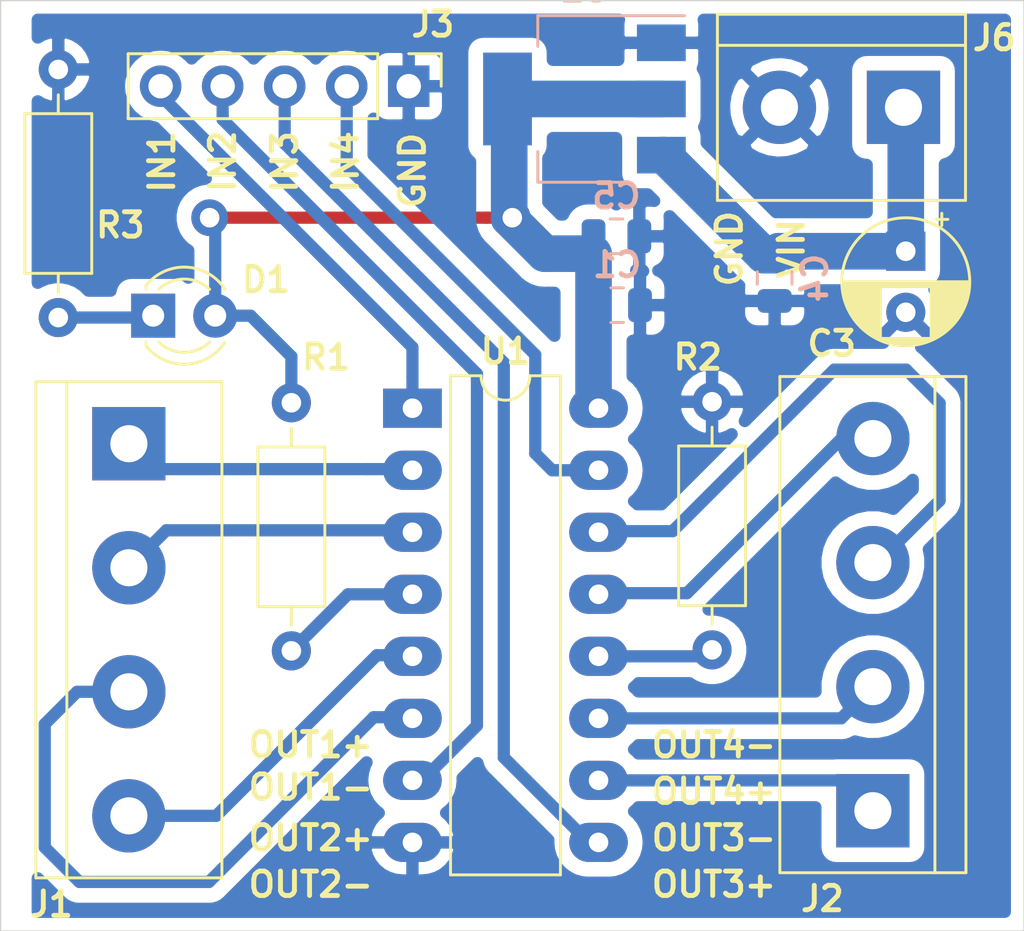
<source format=kicad_pcb>
(kicad_pcb (version 20171130) (host pcbnew 5.1.4-e60b266~84~ubuntu18.04.1)

  (general
    (thickness 1.6)
    (drawings 19)
    (tracks 82)
    (zones 0)
    (modules 14)
    (nets 19)
  )

  (page A4)
  (layers
    (0 F.Cu signal)
    (31 B.Cu signal)
    (32 B.Adhes user)
    (33 F.Adhes user)
    (34 B.Paste user)
    (35 F.Paste user)
    (36 B.SilkS user hide)
    (37 F.SilkS user)
    (38 B.Mask user hide)
    (39 F.Mask user hide)
    (40 Dwgs.User user)
    (41 Cmts.User user)
    (42 Eco1.User user)
    (43 Eco2.User user)
    (44 Edge.Cuts user)
    (45 Margin user)
    (46 B.CrtYd user)
    (47 F.CrtYd user)
    (48 B.Fab user)
    (49 F.Fab user hide)
  )

  (setup
    (last_trace_width 0.5)
    (user_trace_width 0.3)
    (user_trace_width 0.5)
    (user_trace_width 0.6)
    (user_trace_width 1.5)
    (trace_clearance 0.6)
    (zone_clearance 0.508)
    (zone_45_only yes)
    (trace_min 0.3)
    (via_size 0.8)
    (via_drill 0.4)
    (via_min_size 0.4)
    (via_min_drill 0.3)
    (uvia_size 0.3)
    (uvia_drill 0.1)
    (uvias_allowed no)
    (uvia_min_size 0.2)
    (uvia_min_drill 0.1)
    (edge_width 0.05)
    (segment_width 0.2)
    (pcb_text_width 0.3)
    (pcb_text_size 1.5 1.5)
    (mod_edge_width 0.12)
    (mod_text_size 1 1)
    (mod_text_width 0.15)
    (pad_size 1.524 1.524)
    (pad_drill 0.762)
    (pad_to_mask_clearance 0.7)
    (solder_mask_min_width 0.25)
    (aux_axis_origin 0 0)
    (visible_elements FFFFFF7F)
    (pcbplotparams
      (layerselection 0x010fc_ffffffff)
      (usegerberextensions false)
      (usegerberattributes false)
      (usegerberadvancedattributes false)
      (creategerberjobfile false)
      (excludeedgelayer true)
      (linewidth 0.100000)
      (plotframeref false)
      (viasonmask false)
      (mode 1)
      (useauxorigin false)
      (hpglpennumber 1)
      (hpglpenspeed 20)
      (hpglpendiameter 15.000000)
      (psnegative false)
      (psa4output false)
      (plotreference true)
      (plotvalue true)
      (plotinvisibletext false)
      (padsonsilk false)
      (subtractmaskfromsilk false)
      (outputformat 1)
      (mirror false)
      (drillshape 1)
      (scaleselection 1)
      (outputdirectory ""))
  )

  (net 0 "")
  (net 1 GND)
  (net 2 +5V)
  (net 3 "Net-(D1-Pad1)")
  (net 4 DRV1_PULSE_N)
  (net 5 DRV1_PULSE_P)
  (net 6 DRV1_DIR_P)
  (net 7 DRV1_DIR_N)
  (net 8 DRV2_PULSE_P)
  (net 9 DRV2_PULSE_N)
  (net 10 DRV2_DIR_N)
  (net 11 DRV2_DIR_P)
  (net 12 DRV2_DIR)
  (net 13 DRV2_PULSE)
  (net 14 DRV1_DIR)
  (net 15 DRV1_PULSE)
  (net 16 "Net-(R1-Pad1)")
  (net 17 "Net-(R2-Pad1)")
  (net 18 VIN)

  (net_class Default "This is the default net class."
    (clearance 0.6)
    (trace_width 0.3)
    (via_dia 0.8)
    (via_drill 0.4)
    (uvia_dia 0.3)
    (uvia_drill 0.1)
    (diff_pair_width 0.3)
    (diff_pair_gap 0.25)
    (add_net +5V)
    (add_net DRV1_DIR)
    (add_net DRV1_DIR_N)
    (add_net DRV1_DIR_P)
    (add_net DRV1_PULSE)
    (add_net DRV1_PULSE_N)
    (add_net DRV1_PULSE_P)
    (add_net DRV2_DIR)
    (add_net DRV2_DIR_N)
    (add_net DRV2_DIR_P)
    (add_net DRV2_PULSE)
    (add_net DRV2_PULSE_N)
    (add_net DRV2_PULSE_P)
    (add_net GND)
    (add_net "Net-(D1-Pad1)")
    (add_net "Net-(R1-Pad1)")
    (add_net "Net-(R2-Pad1)")
    (add_net VIN)
  )

  (module Connector_PinHeader_2.54mm:PinHeader_1x05_P2.54mm_Vertical (layer F.Cu) (tedit 59FED5CC) (tstamp 5D7F7C98)
    (at 123.3932 73.3552 270)
    (descr "Through hole straight pin header, 1x05, 2.54mm pitch, single row")
    (tags "Through hole pin header THT 1x05 2.54mm single row")
    (path /5D7F7CD4)
    (fp_text reference J3 (at -2.54 -0.9906 180) (layer F.SilkS)
      (effects (font (size 1 1) (thickness 0.2)))
    )
    (fp_text value Conn_01x05 (at 0 12.49 90) (layer F.Fab)
      (effects (font (size 1 1) (thickness 0.15)))
    )
    (fp_text user %R (at 0 5.08) (layer F.Fab)
      (effects (font (size 1 1) (thickness 0.2)))
    )
    (fp_line (start 1.8 -1.8) (end -1.8 -1.8) (layer F.CrtYd) (width 0.05))
    (fp_line (start 1.8 11.95) (end 1.8 -1.8) (layer F.CrtYd) (width 0.05))
    (fp_line (start -1.8 11.95) (end 1.8 11.95) (layer F.CrtYd) (width 0.05))
    (fp_line (start -1.8 -1.8) (end -1.8 11.95) (layer F.CrtYd) (width 0.05))
    (fp_line (start -1.33 -1.33) (end 0 -1.33) (layer F.SilkS) (width 0.12))
    (fp_line (start -1.33 0) (end -1.33 -1.33) (layer F.SilkS) (width 0.12))
    (fp_line (start -1.33 1.27) (end 1.33 1.27) (layer F.SilkS) (width 0.12))
    (fp_line (start 1.33 1.27) (end 1.33 11.49) (layer F.SilkS) (width 0.12))
    (fp_line (start -1.33 1.27) (end -1.33 11.49) (layer F.SilkS) (width 0.12))
    (fp_line (start -1.33 11.49) (end 1.33 11.49) (layer F.SilkS) (width 0.12))
    (fp_line (start -1.27 -0.635) (end -0.635 -1.27) (layer F.Fab) (width 0.1))
    (fp_line (start -1.27 11.43) (end -1.27 -0.635) (layer F.Fab) (width 0.1))
    (fp_line (start 1.27 11.43) (end -1.27 11.43) (layer F.Fab) (width 0.1))
    (fp_line (start 1.27 -1.27) (end 1.27 11.43) (layer F.Fab) (width 0.1))
    (fp_line (start -0.635 -1.27) (end 1.27 -1.27) (layer F.Fab) (width 0.1))
    (pad 5 thru_hole oval (at 0 10.16 270) (size 1.7 1.7) (drill 1) (layers *.Cu *.Mask)
      (net 15 DRV1_PULSE))
    (pad 4 thru_hole oval (at 0 7.62 270) (size 1.7 1.7) (drill 1) (layers *.Cu *.Mask)
      (net 14 DRV1_DIR))
    (pad 3 thru_hole oval (at 0 5.08 270) (size 1.7 1.7) (drill 1) (layers *.Cu *.Mask)
      (net 13 DRV2_PULSE))
    (pad 2 thru_hole oval (at 0 2.54 270) (size 1.7 1.7) (drill 1) (layers *.Cu *.Mask)
      (net 12 DRV2_DIR))
    (pad 1 thru_hole rect (at 0 0 270) (size 1.7 1.7) (drill 1) (layers *.Cu *.Mask)
      (net 1 GND))
    (model ${KISYS3DMOD}/Connector_PinHeader_2.54mm.3dshapes/PinHeader_1x05_P2.54mm_Vertical.wrl
      (at (xyz 0 0 0))
      (scale (xyz 1 1 1))
      (rotate (xyz 0 0 0))
    )
  )

  (module Resistor_THT:R_Axial_DIN0207_L6.3mm_D2.5mm_P10.16mm_Horizontal (layer F.Cu) (tedit 5AE5139B) (tstamp 5D7F7D3C)
    (at 109.0422 82.8294 90)
    (descr "Resistor, Axial_DIN0207 series, Axial, Horizontal, pin pitch=10.16mm, 0.25W = 1/4W, length*diameter=6.3*2.5mm^2, http://cdn-reichelt.de/documents/datenblatt/B400/1_4W%23YAG.pdf")
    (tags "Resistor Axial_DIN0207 series Axial Horizontal pin pitch 10.16mm 0.25W = 1/4W length 6.3mm diameter 2.5mm")
    (path /5D8090A3)
    (fp_text reference R3 (at 3.7846 2.54 180) (layer F.SilkS)
      (effects (font (size 1 1) (thickness 0.2)))
    )
    (fp_text value R_Small (at 5.08 2.37 90) (layer F.Fab)
      (effects (font (size 1 1) (thickness 0.15)))
    )
    (fp_text user %R (at 5.08 0 90) (layer F.Fab)
      (effects (font (size 1 1) (thickness 0.2)))
    )
    (fp_line (start 11.21 -1.5) (end -1.05 -1.5) (layer F.CrtYd) (width 0.05))
    (fp_line (start 11.21 1.5) (end 11.21 -1.5) (layer F.CrtYd) (width 0.05))
    (fp_line (start -1.05 1.5) (end 11.21 1.5) (layer F.CrtYd) (width 0.05))
    (fp_line (start -1.05 -1.5) (end -1.05 1.5) (layer F.CrtYd) (width 0.05))
    (fp_line (start 9.12 0) (end 8.35 0) (layer F.SilkS) (width 0.12))
    (fp_line (start 1.04 0) (end 1.81 0) (layer F.SilkS) (width 0.12))
    (fp_line (start 8.35 -1.37) (end 1.81 -1.37) (layer F.SilkS) (width 0.12))
    (fp_line (start 8.35 1.37) (end 8.35 -1.37) (layer F.SilkS) (width 0.12))
    (fp_line (start 1.81 1.37) (end 8.35 1.37) (layer F.SilkS) (width 0.12))
    (fp_line (start 1.81 -1.37) (end 1.81 1.37) (layer F.SilkS) (width 0.12))
    (fp_line (start 10.16 0) (end 8.23 0) (layer F.Fab) (width 0.1))
    (fp_line (start 0 0) (end 1.93 0) (layer F.Fab) (width 0.1))
    (fp_line (start 8.23 -1.25) (end 1.93 -1.25) (layer F.Fab) (width 0.1))
    (fp_line (start 8.23 1.25) (end 8.23 -1.25) (layer F.Fab) (width 0.1))
    (fp_line (start 1.93 1.25) (end 8.23 1.25) (layer F.Fab) (width 0.1))
    (fp_line (start 1.93 -1.25) (end 1.93 1.25) (layer F.Fab) (width 0.1))
    (pad 2 thru_hole oval (at 10.16 0 90) (size 1.6 1.6) (drill 0.8) (layers *.Cu *.Mask)
      (net 1 GND))
    (pad 1 thru_hole circle (at 0 0 90) (size 1.6 1.6) (drill 0.8) (layers *.Cu *.Mask)
      (net 3 "Net-(D1-Pad1)"))
    (model ${KISYS3DMOD}/Resistor_THT.3dshapes/R_Axial_DIN0207_L6.3mm_D2.5mm_P10.16mm_Horizontal.wrl
      (at (xyz 0 0 0))
      (scale (xyz 1 1 1))
      (rotate (xyz 0 0 0))
    )
  )

  (module Resistor_THT:R_Axial_DIN0207_L6.3mm_D2.5mm_P10.16mm_Horizontal (layer F.Cu) (tedit 5AE5139B) (tstamp 5D80842C)
    (at 135.81634 96.43872 90)
    (descr "Resistor, Axial_DIN0207 series, Axial, Horizontal, pin pitch=10.16mm, 0.25W = 1/4W, length*diameter=6.3*2.5mm^2, http://cdn-reichelt.de/documents/datenblatt/B400/1_4W%23YAG.pdf")
    (tags "Resistor Axial_DIN0207 series Axial Horizontal pin pitch 10.16mm 0.25W = 1/4W length 6.3mm diameter 2.5mm")
    (path /5D7D6D78)
    (fp_text reference R2 (at 11.98372 -0.58674) (layer F.SilkS)
      (effects (font (size 1 1) (thickness 0.2)))
    )
    (fp_text value R_Small (at 5.08 2.37 270) (layer F.Fab)
      (effects (font (size 1 1) (thickness 0.15)))
    )
    (fp_text user %R (at 5.08 0 270) (layer F.Fab)
      (effects (font (size 1 1) (thickness 0.2)))
    )
    (fp_line (start 11.21 -1.5) (end -1.05 -1.5) (layer F.CrtYd) (width 0.05))
    (fp_line (start 11.21 1.5) (end 11.21 -1.5) (layer F.CrtYd) (width 0.05))
    (fp_line (start -1.05 1.5) (end 11.21 1.5) (layer F.CrtYd) (width 0.05))
    (fp_line (start -1.05 -1.5) (end -1.05 1.5) (layer F.CrtYd) (width 0.05))
    (fp_line (start 9.12 0) (end 8.35 0) (layer F.SilkS) (width 0.12))
    (fp_line (start 1.04 0) (end 1.81 0) (layer F.SilkS) (width 0.12))
    (fp_line (start 8.35 -1.37) (end 1.81 -1.37) (layer F.SilkS) (width 0.12))
    (fp_line (start 8.35 1.37) (end 8.35 -1.37) (layer F.SilkS) (width 0.12))
    (fp_line (start 1.81 1.37) (end 8.35 1.37) (layer F.SilkS) (width 0.12))
    (fp_line (start 1.81 -1.37) (end 1.81 1.37) (layer F.SilkS) (width 0.12))
    (fp_line (start 10.16 0) (end 8.23 0) (layer F.Fab) (width 0.1))
    (fp_line (start 0 0) (end 1.93 0) (layer F.Fab) (width 0.1))
    (fp_line (start 8.23 -1.25) (end 1.93 -1.25) (layer F.Fab) (width 0.1))
    (fp_line (start 8.23 1.25) (end 8.23 -1.25) (layer F.Fab) (width 0.1))
    (fp_line (start 1.93 1.25) (end 8.23 1.25) (layer F.Fab) (width 0.1))
    (fp_line (start 1.93 -1.25) (end 1.93 1.25) (layer F.Fab) (width 0.1))
    (pad 2 thru_hole oval (at 10.16 0 90) (size 1.6 1.6) (drill 0.8) (layers *.Cu *.Mask)
      (net 1 GND))
    (pad 1 thru_hole circle (at 0 0 90) (size 1.6 1.6) (drill 0.8) (layers *.Cu *.Mask)
      (net 17 "Net-(R2-Pad1)"))
    (model ${KISYS3DMOD}/Resistor_THT.3dshapes/R_Axial_DIN0207_L6.3mm_D2.5mm_P10.16mm_Horizontal.wrl
      (at (xyz 0 0 0))
      (scale (xyz 1 1 1))
      (rotate (xyz 0 0 0))
    )
  )

  (module Resistor_THT:R_Axial_DIN0207_L6.3mm_D2.5mm_P10.16mm_Horizontal (layer F.Cu) (tedit 5AE5139B) (tstamp 5D808225)
    (at 118.58752 96.47936 90)
    (descr "Resistor, Axial_DIN0207 series, Axial, Horizontal, pin pitch=10.16mm, 0.25W = 1/4W, length*diameter=6.3*2.5mm^2, http://cdn-reichelt.de/documents/datenblatt/B400/1_4W%23YAG.pdf")
    (tags "Resistor Axial_DIN0207 series Axial Horizontal pin pitch 10.16mm 0.25W = 1/4W length 6.3mm diameter 2.5mm")
    (path /5D7D4F06)
    (fp_text reference R1 (at 12.02436 1.42748 180) (layer F.SilkS)
      (effects (font (size 1 1) (thickness 0.2)))
    )
    (fp_text value R_Small (at 5.08 2.37 270) (layer F.Fab)
      (effects (font (size 1 1) (thickness 0.15)))
    )
    (fp_text user %R (at 5.08 0 270) (layer F.Fab)
      (effects (font (size 1 1) (thickness 0.2)))
    )
    (fp_line (start 11.21 -1.5) (end -1.05 -1.5) (layer F.CrtYd) (width 0.05))
    (fp_line (start 11.21 1.5) (end 11.21 -1.5) (layer F.CrtYd) (width 0.05))
    (fp_line (start -1.05 1.5) (end 11.21 1.5) (layer F.CrtYd) (width 0.05))
    (fp_line (start -1.05 -1.5) (end -1.05 1.5) (layer F.CrtYd) (width 0.05))
    (fp_line (start 9.12 0) (end 8.35 0) (layer F.SilkS) (width 0.12))
    (fp_line (start 1.04 0) (end 1.81 0) (layer F.SilkS) (width 0.12))
    (fp_line (start 8.35 -1.37) (end 1.81 -1.37) (layer F.SilkS) (width 0.12))
    (fp_line (start 8.35 1.37) (end 8.35 -1.37) (layer F.SilkS) (width 0.12))
    (fp_line (start 1.81 1.37) (end 8.35 1.37) (layer F.SilkS) (width 0.12))
    (fp_line (start 1.81 -1.37) (end 1.81 1.37) (layer F.SilkS) (width 0.12))
    (fp_line (start 10.16 0) (end 8.23 0) (layer F.Fab) (width 0.1))
    (fp_line (start 0 0) (end 1.93 0) (layer F.Fab) (width 0.1))
    (fp_line (start 8.23 -1.25) (end 1.93 -1.25) (layer F.Fab) (width 0.1))
    (fp_line (start 8.23 1.25) (end 8.23 -1.25) (layer F.Fab) (width 0.1))
    (fp_line (start 1.93 1.25) (end 8.23 1.25) (layer F.Fab) (width 0.1))
    (fp_line (start 1.93 -1.25) (end 1.93 1.25) (layer F.Fab) (width 0.1))
    (pad 2 thru_hole oval (at 10.16 0 90) (size 1.6 1.6) (drill 0.8) (layers *.Cu *.Mask)
      (net 2 +5V))
    (pad 1 thru_hole circle (at 0 0 90) (size 1.6 1.6) (drill 0.8) (layers *.Cu *.Mask)
      (net 16 "Net-(R1-Pad1)"))
    (model ${KISYS3DMOD}/Resistor_THT.3dshapes/R_Axial_DIN0207_L6.3mm_D2.5mm_P10.16mm_Horizontal.wrl
      (at (xyz 0 0 0))
      (scale (xyz 1 1 1))
      (rotate (xyz 0 0 0))
    )
  )

  (module Capacitor_THT:CP_Radial_D5.0mm_P2.50mm (layer F.Cu) (tedit 5AE50EF0) (tstamp 5D80810C)
    (at 143.74876 80.11414 270)
    (descr "CP, Radial series, Radial, pin pitch=2.50mm, , diameter=5mm, Electrolytic Capacitor")
    (tags "CP Radial series Radial pin pitch 2.50mm  diameter 5mm Electrolytic Capacitor")
    (path /5D80D73B)
    (fp_text reference C3 (at 3.78206 3.03276 180) (layer F.SilkS)
      (effects (font (size 1 1) (thickness 0.2)))
    )
    (fp_text value 10uF (at 1.25 3.75 90) (layer F.Fab)
      (effects (font (size 1 1) (thickness 0.15)))
    )
    (fp_text user %R (at 1.25 0 90) (layer F.Fab)
      (effects (font (size 1 1) (thickness 0.2)))
    )
    (fp_line (start -1.304775 -1.725) (end -1.304775 -1.225) (layer F.SilkS) (width 0.12))
    (fp_line (start -1.554775 -1.475) (end -1.054775 -1.475) (layer F.SilkS) (width 0.12))
    (fp_line (start 3.851 -0.284) (end 3.851 0.284) (layer F.SilkS) (width 0.12))
    (fp_line (start 3.811 -0.518) (end 3.811 0.518) (layer F.SilkS) (width 0.12))
    (fp_line (start 3.771 -0.677) (end 3.771 0.677) (layer F.SilkS) (width 0.12))
    (fp_line (start 3.731 -0.805) (end 3.731 0.805) (layer F.SilkS) (width 0.12))
    (fp_line (start 3.691 -0.915) (end 3.691 0.915) (layer F.SilkS) (width 0.12))
    (fp_line (start 3.651 -1.011) (end 3.651 1.011) (layer F.SilkS) (width 0.12))
    (fp_line (start 3.611 -1.098) (end 3.611 1.098) (layer F.SilkS) (width 0.12))
    (fp_line (start 3.571 -1.178) (end 3.571 1.178) (layer F.SilkS) (width 0.12))
    (fp_line (start 3.531 1.04) (end 3.531 1.251) (layer F.SilkS) (width 0.12))
    (fp_line (start 3.531 -1.251) (end 3.531 -1.04) (layer F.SilkS) (width 0.12))
    (fp_line (start 3.491 1.04) (end 3.491 1.319) (layer F.SilkS) (width 0.12))
    (fp_line (start 3.491 -1.319) (end 3.491 -1.04) (layer F.SilkS) (width 0.12))
    (fp_line (start 3.451 1.04) (end 3.451 1.383) (layer F.SilkS) (width 0.12))
    (fp_line (start 3.451 -1.383) (end 3.451 -1.04) (layer F.SilkS) (width 0.12))
    (fp_line (start 3.411 1.04) (end 3.411 1.443) (layer F.SilkS) (width 0.12))
    (fp_line (start 3.411 -1.443) (end 3.411 -1.04) (layer F.SilkS) (width 0.12))
    (fp_line (start 3.371 1.04) (end 3.371 1.5) (layer F.SilkS) (width 0.12))
    (fp_line (start 3.371 -1.5) (end 3.371 -1.04) (layer F.SilkS) (width 0.12))
    (fp_line (start 3.331 1.04) (end 3.331 1.554) (layer F.SilkS) (width 0.12))
    (fp_line (start 3.331 -1.554) (end 3.331 -1.04) (layer F.SilkS) (width 0.12))
    (fp_line (start 3.291 1.04) (end 3.291 1.605) (layer F.SilkS) (width 0.12))
    (fp_line (start 3.291 -1.605) (end 3.291 -1.04) (layer F.SilkS) (width 0.12))
    (fp_line (start 3.251 1.04) (end 3.251 1.653) (layer F.SilkS) (width 0.12))
    (fp_line (start 3.251 -1.653) (end 3.251 -1.04) (layer F.SilkS) (width 0.12))
    (fp_line (start 3.211 1.04) (end 3.211 1.699) (layer F.SilkS) (width 0.12))
    (fp_line (start 3.211 -1.699) (end 3.211 -1.04) (layer F.SilkS) (width 0.12))
    (fp_line (start 3.171 1.04) (end 3.171 1.743) (layer F.SilkS) (width 0.12))
    (fp_line (start 3.171 -1.743) (end 3.171 -1.04) (layer F.SilkS) (width 0.12))
    (fp_line (start 3.131 1.04) (end 3.131 1.785) (layer F.SilkS) (width 0.12))
    (fp_line (start 3.131 -1.785) (end 3.131 -1.04) (layer F.SilkS) (width 0.12))
    (fp_line (start 3.091 1.04) (end 3.091 1.826) (layer F.SilkS) (width 0.12))
    (fp_line (start 3.091 -1.826) (end 3.091 -1.04) (layer F.SilkS) (width 0.12))
    (fp_line (start 3.051 1.04) (end 3.051 1.864) (layer F.SilkS) (width 0.12))
    (fp_line (start 3.051 -1.864) (end 3.051 -1.04) (layer F.SilkS) (width 0.12))
    (fp_line (start 3.011 1.04) (end 3.011 1.901) (layer F.SilkS) (width 0.12))
    (fp_line (start 3.011 -1.901) (end 3.011 -1.04) (layer F.SilkS) (width 0.12))
    (fp_line (start 2.971 1.04) (end 2.971 1.937) (layer F.SilkS) (width 0.12))
    (fp_line (start 2.971 -1.937) (end 2.971 -1.04) (layer F.SilkS) (width 0.12))
    (fp_line (start 2.931 1.04) (end 2.931 1.971) (layer F.SilkS) (width 0.12))
    (fp_line (start 2.931 -1.971) (end 2.931 -1.04) (layer F.SilkS) (width 0.12))
    (fp_line (start 2.891 1.04) (end 2.891 2.004) (layer F.SilkS) (width 0.12))
    (fp_line (start 2.891 -2.004) (end 2.891 -1.04) (layer F.SilkS) (width 0.12))
    (fp_line (start 2.851 1.04) (end 2.851 2.035) (layer F.SilkS) (width 0.12))
    (fp_line (start 2.851 -2.035) (end 2.851 -1.04) (layer F.SilkS) (width 0.12))
    (fp_line (start 2.811 1.04) (end 2.811 2.065) (layer F.SilkS) (width 0.12))
    (fp_line (start 2.811 -2.065) (end 2.811 -1.04) (layer F.SilkS) (width 0.12))
    (fp_line (start 2.771 1.04) (end 2.771 2.095) (layer F.SilkS) (width 0.12))
    (fp_line (start 2.771 -2.095) (end 2.771 -1.04) (layer F.SilkS) (width 0.12))
    (fp_line (start 2.731 1.04) (end 2.731 2.122) (layer F.SilkS) (width 0.12))
    (fp_line (start 2.731 -2.122) (end 2.731 -1.04) (layer F.SilkS) (width 0.12))
    (fp_line (start 2.691 1.04) (end 2.691 2.149) (layer F.SilkS) (width 0.12))
    (fp_line (start 2.691 -2.149) (end 2.691 -1.04) (layer F.SilkS) (width 0.12))
    (fp_line (start 2.651 1.04) (end 2.651 2.175) (layer F.SilkS) (width 0.12))
    (fp_line (start 2.651 -2.175) (end 2.651 -1.04) (layer F.SilkS) (width 0.12))
    (fp_line (start 2.611 1.04) (end 2.611 2.2) (layer F.SilkS) (width 0.12))
    (fp_line (start 2.611 -2.2) (end 2.611 -1.04) (layer F.SilkS) (width 0.12))
    (fp_line (start 2.571 1.04) (end 2.571 2.224) (layer F.SilkS) (width 0.12))
    (fp_line (start 2.571 -2.224) (end 2.571 -1.04) (layer F.SilkS) (width 0.12))
    (fp_line (start 2.531 1.04) (end 2.531 2.247) (layer F.SilkS) (width 0.12))
    (fp_line (start 2.531 -2.247) (end 2.531 -1.04) (layer F.SilkS) (width 0.12))
    (fp_line (start 2.491 1.04) (end 2.491 2.268) (layer F.SilkS) (width 0.12))
    (fp_line (start 2.491 -2.268) (end 2.491 -1.04) (layer F.SilkS) (width 0.12))
    (fp_line (start 2.451 1.04) (end 2.451 2.29) (layer F.SilkS) (width 0.12))
    (fp_line (start 2.451 -2.29) (end 2.451 -1.04) (layer F.SilkS) (width 0.12))
    (fp_line (start 2.411 1.04) (end 2.411 2.31) (layer F.SilkS) (width 0.12))
    (fp_line (start 2.411 -2.31) (end 2.411 -1.04) (layer F.SilkS) (width 0.12))
    (fp_line (start 2.371 1.04) (end 2.371 2.329) (layer F.SilkS) (width 0.12))
    (fp_line (start 2.371 -2.329) (end 2.371 -1.04) (layer F.SilkS) (width 0.12))
    (fp_line (start 2.331 1.04) (end 2.331 2.348) (layer F.SilkS) (width 0.12))
    (fp_line (start 2.331 -2.348) (end 2.331 -1.04) (layer F.SilkS) (width 0.12))
    (fp_line (start 2.291 1.04) (end 2.291 2.365) (layer F.SilkS) (width 0.12))
    (fp_line (start 2.291 -2.365) (end 2.291 -1.04) (layer F.SilkS) (width 0.12))
    (fp_line (start 2.251 1.04) (end 2.251 2.382) (layer F.SilkS) (width 0.12))
    (fp_line (start 2.251 -2.382) (end 2.251 -1.04) (layer F.SilkS) (width 0.12))
    (fp_line (start 2.211 1.04) (end 2.211 2.398) (layer F.SilkS) (width 0.12))
    (fp_line (start 2.211 -2.398) (end 2.211 -1.04) (layer F.SilkS) (width 0.12))
    (fp_line (start 2.171 1.04) (end 2.171 2.414) (layer F.SilkS) (width 0.12))
    (fp_line (start 2.171 -2.414) (end 2.171 -1.04) (layer F.SilkS) (width 0.12))
    (fp_line (start 2.131 1.04) (end 2.131 2.428) (layer F.SilkS) (width 0.12))
    (fp_line (start 2.131 -2.428) (end 2.131 -1.04) (layer F.SilkS) (width 0.12))
    (fp_line (start 2.091 1.04) (end 2.091 2.442) (layer F.SilkS) (width 0.12))
    (fp_line (start 2.091 -2.442) (end 2.091 -1.04) (layer F.SilkS) (width 0.12))
    (fp_line (start 2.051 1.04) (end 2.051 2.455) (layer F.SilkS) (width 0.12))
    (fp_line (start 2.051 -2.455) (end 2.051 -1.04) (layer F.SilkS) (width 0.12))
    (fp_line (start 2.011 1.04) (end 2.011 2.468) (layer F.SilkS) (width 0.12))
    (fp_line (start 2.011 -2.468) (end 2.011 -1.04) (layer F.SilkS) (width 0.12))
    (fp_line (start 1.971 1.04) (end 1.971 2.48) (layer F.SilkS) (width 0.12))
    (fp_line (start 1.971 -2.48) (end 1.971 -1.04) (layer F.SilkS) (width 0.12))
    (fp_line (start 1.93 1.04) (end 1.93 2.491) (layer F.SilkS) (width 0.12))
    (fp_line (start 1.93 -2.491) (end 1.93 -1.04) (layer F.SilkS) (width 0.12))
    (fp_line (start 1.89 1.04) (end 1.89 2.501) (layer F.SilkS) (width 0.12))
    (fp_line (start 1.89 -2.501) (end 1.89 -1.04) (layer F.SilkS) (width 0.12))
    (fp_line (start 1.85 1.04) (end 1.85 2.511) (layer F.SilkS) (width 0.12))
    (fp_line (start 1.85 -2.511) (end 1.85 -1.04) (layer F.SilkS) (width 0.12))
    (fp_line (start 1.81 1.04) (end 1.81 2.52) (layer F.SilkS) (width 0.12))
    (fp_line (start 1.81 -2.52) (end 1.81 -1.04) (layer F.SilkS) (width 0.12))
    (fp_line (start 1.77 1.04) (end 1.77 2.528) (layer F.SilkS) (width 0.12))
    (fp_line (start 1.77 -2.528) (end 1.77 -1.04) (layer F.SilkS) (width 0.12))
    (fp_line (start 1.73 1.04) (end 1.73 2.536) (layer F.SilkS) (width 0.12))
    (fp_line (start 1.73 -2.536) (end 1.73 -1.04) (layer F.SilkS) (width 0.12))
    (fp_line (start 1.69 1.04) (end 1.69 2.543) (layer F.SilkS) (width 0.12))
    (fp_line (start 1.69 -2.543) (end 1.69 -1.04) (layer F.SilkS) (width 0.12))
    (fp_line (start 1.65 1.04) (end 1.65 2.55) (layer F.SilkS) (width 0.12))
    (fp_line (start 1.65 -2.55) (end 1.65 -1.04) (layer F.SilkS) (width 0.12))
    (fp_line (start 1.61 1.04) (end 1.61 2.556) (layer F.SilkS) (width 0.12))
    (fp_line (start 1.61 -2.556) (end 1.61 -1.04) (layer F.SilkS) (width 0.12))
    (fp_line (start 1.57 1.04) (end 1.57 2.561) (layer F.SilkS) (width 0.12))
    (fp_line (start 1.57 -2.561) (end 1.57 -1.04) (layer F.SilkS) (width 0.12))
    (fp_line (start 1.53 1.04) (end 1.53 2.565) (layer F.SilkS) (width 0.12))
    (fp_line (start 1.53 -2.565) (end 1.53 -1.04) (layer F.SilkS) (width 0.12))
    (fp_line (start 1.49 1.04) (end 1.49 2.569) (layer F.SilkS) (width 0.12))
    (fp_line (start 1.49 -2.569) (end 1.49 -1.04) (layer F.SilkS) (width 0.12))
    (fp_line (start 1.45 -2.573) (end 1.45 2.573) (layer F.SilkS) (width 0.12))
    (fp_line (start 1.41 -2.576) (end 1.41 2.576) (layer F.SilkS) (width 0.12))
    (fp_line (start 1.37 -2.578) (end 1.37 2.578) (layer F.SilkS) (width 0.12))
    (fp_line (start 1.33 -2.579) (end 1.33 2.579) (layer F.SilkS) (width 0.12))
    (fp_line (start 1.29 -2.58) (end 1.29 2.58) (layer F.SilkS) (width 0.12))
    (fp_line (start 1.25 -2.58) (end 1.25 2.58) (layer F.SilkS) (width 0.12))
    (fp_line (start -0.633605 -1.3375) (end -0.633605 -0.8375) (layer F.Fab) (width 0.1))
    (fp_line (start -0.883605 -1.0875) (end -0.383605 -1.0875) (layer F.Fab) (width 0.1))
    (fp_circle (center 1.25 0) (end 4 0) (layer F.CrtYd) (width 0.05))
    (fp_circle (center 1.25 0) (end 3.87 0) (layer F.SilkS) (width 0.12))
    (fp_circle (center 1.25 0) (end 3.75 0) (layer F.Fab) (width 0.1))
    (pad 2 thru_hole circle (at 2.5 0 270) (size 1.6 1.6) (drill 0.8) (layers *.Cu *.Mask)
      (net 1 GND))
    (pad 1 thru_hole rect (at 0 0 270) (size 1.6 1.6) (drill 0.8) (layers *.Cu *.Mask)
      (net 18 VIN))
    (model ${KISYS3DMOD}/Capacitor_THT.3dshapes/CP_Radial_D5.0mm_P2.50mm.wrl
      (at (xyz 0 0 0))
      (scale (xyz 1 1 1))
      (rotate (xyz 0 0 0))
    )
  )

  (module Capacitor_SMD:C_0805_2012Metric (layer B.Cu) (tedit 5B36C52B) (tstamp 5D80832D)
    (at 131.89942 79.502 180)
    (descr "Capacitor SMD 0805 (2012 Metric), square (rectangular) end terminal, IPC_7351 nominal, (Body size source: https://docs.google.com/spreadsheets/d/1BsfQQcO9C6DZCsRaXUlFlo91Tg2WpOkGARC1WS5S8t0/edit?usp=sharing), generated with kicad-footprint-generator")
    (tags capacitor)
    (path /5D821F22)
    (attr smd)
    (fp_text reference C5 (at 0 1.65 180) (layer B.SilkS)
      (effects (font (size 1 1) (thickness 0.2)) (justify mirror))
    )
    (fp_text value 100nF (at 0 -1.65 180) (layer B.Fab)
      (effects (font (size 1 1) (thickness 0.15)) (justify mirror))
    )
    (fp_text user %R (at 0 0 180) (layer B.Fab)
      (effects (font (size 1 1) (thickness 0.2)) (justify mirror))
    )
    (fp_line (start 1.68 -0.95) (end -1.68 -0.95) (layer B.CrtYd) (width 0.05))
    (fp_line (start 1.68 0.95) (end 1.68 -0.95) (layer B.CrtYd) (width 0.05))
    (fp_line (start -1.68 0.95) (end 1.68 0.95) (layer B.CrtYd) (width 0.05))
    (fp_line (start -1.68 -0.95) (end -1.68 0.95) (layer B.CrtYd) (width 0.05))
    (fp_line (start -0.258578 -0.71) (end 0.258578 -0.71) (layer B.SilkS) (width 0.12))
    (fp_line (start -0.258578 0.71) (end 0.258578 0.71) (layer B.SilkS) (width 0.12))
    (fp_line (start 1 -0.6) (end -1 -0.6) (layer B.Fab) (width 0.1))
    (fp_line (start 1 0.6) (end 1 -0.6) (layer B.Fab) (width 0.1))
    (fp_line (start -1 0.6) (end 1 0.6) (layer B.Fab) (width 0.1))
    (fp_line (start -1 -0.6) (end -1 0.6) (layer B.Fab) (width 0.1))
    (pad 2 smd roundrect (at 0.9375 0 180) (size 0.975 1.4) (layers B.Cu B.Paste B.Mask) (roundrect_rratio 0.25)
      (net 2 +5V))
    (pad 1 smd roundrect (at -0.9375 0 180) (size 0.975 1.4) (layers B.Cu B.Paste B.Mask) (roundrect_rratio 0.25)
      (net 1 GND))
    (model ${KISYS3DMOD}/Capacitor_SMD.3dshapes/C_0805_2012Metric.wrl
      (at (xyz 0 0 0))
      (scale (xyz 1 1 1))
      (rotate (xyz 0 0 0))
    )
  )

  (module Capacitor_SMD:C_0805_2012Metric (layer B.Cu) (tedit 5B36C52B) (tstamp 5D80AEEC)
    (at 138.3792 81.21166 90)
    (descr "Capacitor SMD 0805 (2012 Metric), square (rectangular) end terminal, IPC_7351 nominal, (Body size source: https://docs.google.com/spreadsheets/d/1BsfQQcO9C6DZCsRaXUlFlo91Tg2WpOkGARC1WS5S8t0/edit?usp=sharing), generated with kicad-footprint-generator")
    (tags capacitor)
    (path /5D80D735)
    (attr smd)
    (fp_text reference C4 (at 0 1.65 90) (layer B.SilkS)
      (effects (font (size 1 1) (thickness 0.2)) (justify mirror))
    )
    (fp_text value 100nF (at 0 -1.65 90) (layer B.Fab)
      (effects (font (size 1 1) (thickness 0.15)) (justify mirror))
    )
    (fp_text user %R (at 0 0 90) (layer B.Fab)
      (effects (font (size 1 1) (thickness 0.2)) (justify mirror))
    )
    (fp_line (start 1.68 -0.95) (end -1.68 -0.95) (layer B.CrtYd) (width 0.05))
    (fp_line (start 1.68 0.95) (end 1.68 -0.95) (layer B.CrtYd) (width 0.05))
    (fp_line (start -1.68 0.95) (end 1.68 0.95) (layer B.CrtYd) (width 0.05))
    (fp_line (start -1.68 -0.95) (end -1.68 0.95) (layer B.CrtYd) (width 0.05))
    (fp_line (start -0.258578 -0.71) (end 0.258578 -0.71) (layer B.SilkS) (width 0.12))
    (fp_line (start -0.258578 0.71) (end 0.258578 0.71) (layer B.SilkS) (width 0.12))
    (fp_line (start 1 -0.6) (end -1 -0.6) (layer B.Fab) (width 0.1))
    (fp_line (start 1 0.6) (end 1 -0.6) (layer B.Fab) (width 0.1))
    (fp_line (start -1 0.6) (end 1 0.6) (layer B.Fab) (width 0.1))
    (fp_line (start -1 -0.6) (end -1 0.6) (layer B.Fab) (width 0.1))
    (pad 2 smd roundrect (at 0.9375 0 90) (size 0.975 1.4) (layers B.Cu B.Paste B.Mask) (roundrect_rratio 0.25)
      (net 18 VIN))
    (pad 1 smd roundrect (at -0.9375 0 90) (size 0.975 1.4) (layers B.Cu B.Paste B.Mask) (roundrect_rratio 0.25)
      (net 1 GND))
    (model ${KISYS3DMOD}/Capacitor_SMD.3dshapes/C_0805_2012Metric.wrl
      (at (xyz 0 0 0))
      (scale (xyz 1 1 1))
      (rotate (xyz 0 0 0))
    )
  )

  (module Capacitor_SMD:C_0805_2012Metric (layer B.Cu) (tedit 5B36C52B) (tstamp 5D808069)
    (at 131.9276 82.3214 180)
    (descr "Capacitor SMD 0805 (2012 Metric), square (rectangular) end terminal, IPC_7351 nominal, (Body size source: https://docs.google.com/spreadsheets/d/1BsfQQcO9C6DZCsRaXUlFlo91Tg2WpOkGARC1WS5S8t0/edit?usp=sharing), generated with kicad-footprint-generator")
    (tags capacitor)
    (path /5D7D187C)
    (attr smd)
    (fp_text reference C1 (at 0 1.65) (layer B.SilkS)
      (effects (font (size 1 1) (thickness 0.2)) (justify mirror))
    )
    (fp_text value 100nF (at 0 -1.65) (layer B.Fab)
      (effects (font (size 1 1) (thickness 0.15)) (justify mirror))
    )
    (fp_text user %R (at 0 0) (layer B.Fab)
      (effects (font (size 1 1) (thickness 0.2)) (justify mirror))
    )
    (fp_line (start 1.68 -0.95) (end -1.68 -0.95) (layer B.CrtYd) (width 0.05))
    (fp_line (start 1.68 0.95) (end 1.68 -0.95) (layer B.CrtYd) (width 0.05))
    (fp_line (start -1.68 0.95) (end 1.68 0.95) (layer B.CrtYd) (width 0.05))
    (fp_line (start -1.68 -0.95) (end -1.68 0.95) (layer B.CrtYd) (width 0.05))
    (fp_line (start -0.258578 -0.71) (end 0.258578 -0.71) (layer B.SilkS) (width 0.12))
    (fp_line (start -0.258578 0.71) (end 0.258578 0.71) (layer B.SilkS) (width 0.12))
    (fp_line (start 1 -0.6) (end -1 -0.6) (layer B.Fab) (width 0.1))
    (fp_line (start 1 0.6) (end 1 -0.6) (layer B.Fab) (width 0.1))
    (fp_line (start -1 0.6) (end 1 0.6) (layer B.Fab) (width 0.1))
    (fp_line (start -1 -0.6) (end -1 0.6) (layer B.Fab) (width 0.1))
    (pad 2 smd roundrect (at 0.9375 0 180) (size 0.975 1.4) (layers B.Cu B.Paste B.Mask) (roundrect_rratio 0.25)
      (net 2 +5V))
    (pad 1 smd roundrect (at -0.9375 0 180) (size 0.975 1.4) (layers B.Cu B.Paste B.Mask) (roundrect_rratio 0.25)
      (net 1 GND))
    (model ${KISYS3DMOD}/Capacitor_SMD.3dshapes/C_0805_2012Metric.wrl
      (at (xyz 0 0 0))
      (scale (xyz 1 1 1))
      (rotate (xyz 0 0 0))
    )
  )

  (module TerminalBlock:TerminalBlock_bornier-4_P5.08mm (layer F.Cu) (tedit 59FF03D1) (tstamp 5D808364)
    (at 142.40256 103.02494 90)
    (descr "simple 4-pin terminal block, pitch 5.08mm, revamped version of bornier4")
    (tags "terminal block bornier4")
    (path /5D844F88)
    (fp_text reference J2 (at -3.60426 -2.06756 180) (layer F.SilkS)
      (effects (font (size 1 1) (thickness 0.2)))
    )
    (fp_text value DRV2 (at 7.6 4.75 90) (layer F.Fab)
      (effects (font (size 1 1) (thickness 0.15)))
    )
    (fp_line (start 17.97 4) (end -2.73 4) (layer F.CrtYd) (width 0.05))
    (fp_line (start 17.97 4) (end 17.97 -4) (layer F.CrtYd) (width 0.05))
    (fp_line (start -2.73 -4) (end -2.73 4) (layer F.CrtYd) (width 0.05))
    (fp_line (start -2.73 -4) (end 17.97 -4) (layer F.CrtYd) (width 0.05))
    (fp_line (start -2.54 3.81) (end 17.78 3.81) (layer F.SilkS) (width 0.12))
    (fp_line (start -2.54 -3.81) (end 17.78 -3.81) (layer F.SilkS) (width 0.12))
    (fp_line (start 17.78 2.54) (end -2.54 2.54) (layer F.SilkS) (width 0.12))
    (fp_line (start 17.78 3.81) (end 17.78 -3.81) (layer F.SilkS) (width 0.12))
    (fp_line (start -2.54 -3.81) (end -2.54 3.81) (layer F.SilkS) (width 0.12))
    (fp_line (start 17.72 3.75) (end -2.43 3.75) (layer F.Fab) (width 0.1))
    (fp_line (start 17.72 -3.75) (end 17.72 3.75) (layer F.Fab) (width 0.1))
    (fp_line (start -2.48 -3.75) (end 17.72 -3.75) (layer F.Fab) (width 0.1))
    (fp_line (start -2.48 3.75) (end -2.48 -3.75) (layer F.Fab) (width 0.1))
    (fp_line (start -2.43 3.75) (end -2.48 3.75) (layer F.Fab) (width 0.1))
    (fp_line (start -2.48 2.55) (end 17.72 2.55) (layer F.Fab) (width 0.1))
    (fp_text user %R (at 7.62 0 90) (layer F.Fab)
      (effects (font (size 1 1) (thickness 0.2)))
    )
    (pad 4 thru_hole circle (at 15.24 0 90) (size 3 3) (drill 1.52) (layers *.Cu *.Mask)
      (net 10 DRV2_DIR_N))
    (pad 1 thru_hole rect (at 0 0 90) (size 3 3) (drill 1.52) (layers *.Cu *.Mask)
      (net 8 DRV2_PULSE_P))
    (pad 3 thru_hole circle (at 10.16 0 90) (size 3 3) (drill 1.52) (layers *.Cu *.Mask)
      (net 11 DRV2_DIR_P))
    (pad 2 thru_hole circle (at 5.08 0 90) (size 3 3) (drill 1.52) (layers *.Cu *.Mask)
      (net 9 DRV2_PULSE_N))
    (model ${KISYS3DMOD}/TerminalBlock.3dshapes/TerminalBlock_bornier-4_P5.08mm.wrl
      (offset (xyz 7.619999885559082 0 0))
      (scale (xyz 1 1 1))
      (rotate (xyz 0 0 0))
    )
  )

  (module TerminalBlock:TerminalBlock_bornier-4_P5.08mm (layer F.Cu) (tedit 59FF03D1) (tstamp 5D80802B)
    (at 111.93272 87.99576 270)
    (descr "simple 4-pin terminal block, pitch 5.08mm, revamped version of bornier4")
    (tags "terminal block bornier4")
    (path /5D843C4E)
    (fp_text reference J1 (at 18.86204 3.16992 180) (layer F.SilkS)
      (effects (font (size 1 1) (thickness 0.2)))
    )
    (fp_text value DRV1 (at 19.11604 2.35712 180) (layer F.Fab)
      (effects (font (size 1 1) (thickness 0.15)))
    )
    (fp_line (start 17.97 4) (end -2.73 4) (layer F.CrtYd) (width 0.05))
    (fp_line (start 17.97 4) (end 17.97 -4) (layer F.CrtYd) (width 0.05))
    (fp_line (start -2.73 -4) (end -2.73 4) (layer F.CrtYd) (width 0.05))
    (fp_line (start -2.73 -4) (end 17.97 -4) (layer F.CrtYd) (width 0.05))
    (fp_line (start -2.54 3.81) (end 17.78 3.81) (layer F.SilkS) (width 0.12))
    (fp_line (start -2.54 -3.81) (end 17.78 -3.81) (layer F.SilkS) (width 0.12))
    (fp_line (start 17.78 2.54) (end -2.54 2.54) (layer F.SilkS) (width 0.12))
    (fp_line (start 17.78 3.81) (end 17.78 -3.81) (layer F.SilkS) (width 0.12))
    (fp_line (start -2.54 -3.81) (end -2.54 3.81) (layer F.SilkS) (width 0.12))
    (fp_line (start 17.72 3.75) (end -2.43 3.75) (layer F.Fab) (width 0.1))
    (fp_line (start 17.72 -3.75) (end 17.72 3.75) (layer F.Fab) (width 0.1))
    (fp_line (start -2.48 -3.75) (end 17.72 -3.75) (layer F.Fab) (width 0.1))
    (fp_line (start -2.48 3.75) (end -2.48 -3.75) (layer F.Fab) (width 0.1))
    (fp_line (start -2.43 3.75) (end -2.48 3.75) (layer F.Fab) (width 0.1))
    (fp_line (start -2.48 2.55) (end 17.72 2.55) (layer F.Fab) (width 0.1))
    (fp_text user %R (at 7.62 0 90) (layer F.Fab)
      (effects (font (size 1 1) (thickness 0.2)))
    )
    (pad 4 thru_hole circle (at 15.24 0 270) (size 3 3) (drill 1.52) (layers *.Cu *.Mask)
      (net 7 DRV1_DIR_N))
    (pad 1 thru_hole rect (at 0 0 270) (size 3 3) (drill 1.52) (layers *.Cu *.Mask)
      (net 5 DRV1_PULSE_P))
    (pad 3 thru_hole circle (at 10.16 0 270) (size 3 3) (drill 1.52) (layers *.Cu *.Mask)
      (net 6 DRV1_DIR_P))
    (pad 2 thru_hole circle (at 5.08 0 270) (size 3 3) (drill 1.52) (layers *.Cu *.Mask)
      (net 4 DRV1_PULSE_N))
    (model ${KISYS3DMOD}/TerminalBlock.3dshapes/TerminalBlock_bornier-4_P5.08mm.wrl
      (offset (xyz 7.619999885559082 0 0))
      (scale (xyz 1 1 1))
      (rotate (xyz 0 0 0))
    )
  )

  (module Package_TO_SOT_SMD:SOT-223-3_TabPin2 (layer B.Cu) (tedit 5A02FF57) (tstamp 5D80B21C)
    (at 130.58902 73.87844 180)
    (descr "module CMS SOT223 4 pins")
    (tags "CMS SOT")
    (path /5D80424D)
    (attr smd)
    (fp_text reference U2 (at 0 4.5) (layer B.SilkS)
      (effects (font (size 1 1) (thickness 0.2)) (justify mirror))
    )
    (fp_text value AMS1117-5.0 (at 0 -4.5) (layer B.Fab)
      (effects (font (size 1 1) (thickness 0.15)) (justify mirror))
    )
    (fp_line (start 1.85 3.35) (end 1.85 -3.35) (layer B.Fab) (width 0.1))
    (fp_line (start -1.85 -3.35) (end 1.85 -3.35) (layer B.Fab) (width 0.1))
    (fp_line (start -4.1 3.41) (end 1.91 3.41) (layer B.SilkS) (width 0.12))
    (fp_line (start -0.85 3.35) (end 1.85 3.35) (layer B.Fab) (width 0.1))
    (fp_line (start -1.85 -3.41) (end 1.91 -3.41) (layer B.SilkS) (width 0.12))
    (fp_line (start -1.85 2.35) (end -1.85 -3.35) (layer B.Fab) (width 0.1))
    (fp_line (start -1.85 2.35) (end -0.85 3.35) (layer B.Fab) (width 0.1))
    (fp_line (start -4.4 3.6) (end -4.4 -3.6) (layer B.CrtYd) (width 0.05))
    (fp_line (start -4.4 -3.6) (end 4.4 -3.6) (layer B.CrtYd) (width 0.05))
    (fp_line (start 4.4 -3.6) (end 4.4 3.6) (layer B.CrtYd) (width 0.05))
    (fp_line (start 4.4 3.6) (end -4.4 3.6) (layer B.CrtYd) (width 0.05))
    (fp_line (start 1.91 3.41) (end 1.91 2.15) (layer B.SilkS) (width 0.12))
    (fp_line (start 1.91 -3.41) (end 1.91 -2.15) (layer B.SilkS) (width 0.12))
    (fp_text user %R (at 0 0 270) (layer B.Fab)
      (effects (font (size 1 1) (thickness 0.2)) (justify mirror))
    )
    (pad 1 smd rect (at -3.15 2.3 180) (size 2 1.5) (layers B.Cu B.Paste B.Mask)
      (net 1 GND))
    (pad 3 smd rect (at -3.15 -2.3 180) (size 2 1.5) (layers B.Cu B.Paste B.Mask)
      (net 18 VIN))
    (pad 2 smd rect (at -3.15 0 180) (size 2 1.5) (layers B.Cu B.Paste B.Mask)
      (net 2 +5V))
    (pad 2 smd rect (at 3.15 0 180) (size 2 3.8) (layers B.Cu B.Paste B.Mask)
      (net 2 +5V))
    (model ${KISYS3DMOD}/Package_TO_SOT_SMD.3dshapes/SOT-223.wrl
      (at (xyz 0 0 0))
      (scale (xyz 1 1 1))
      (rotate (xyz 0 0 0))
    )
  )

  (module TerminalBlock:TerminalBlock_bornier-2_P5.08mm (layer F.Cu) (tedit 59FF03AB) (tstamp 5D8083A6)
    (at 143.65478 74.22134 180)
    (descr "simple 2-pin terminal block, pitch 5.08mm, revamped version of bornier2")
    (tags "terminal block bornier2")
    (path /5D841DE9)
    (fp_text reference J6 (at -3.71602 2.84734) (layer F.SilkS)
      (effects (font (size 1 1) (thickness 0.2)))
    )
    (fp_text value VIN (at 2.54 5.08) (layer F.Fab)
      (effects (font (size 1 1) (thickness 0.15)))
    )
    (fp_line (start 7.79 4) (end -2.71 4) (layer F.CrtYd) (width 0.05))
    (fp_line (start 7.79 4) (end 7.79 -4) (layer F.CrtYd) (width 0.05))
    (fp_line (start -2.71 -4) (end -2.71 4) (layer F.CrtYd) (width 0.05))
    (fp_line (start -2.71 -4) (end 7.79 -4) (layer F.CrtYd) (width 0.05))
    (fp_line (start -2.54 3.81) (end 7.62 3.81) (layer F.SilkS) (width 0.12))
    (fp_line (start -2.54 -3.81) (end -2.54 3.81) (layer F.SilkS) (width 0.12))
    (fp_line (start 7.62 -3.81) (end -2.54 -3.81) (layer F.SilkS) (width 0.12))
    (fp_line (start 7.62 3.81) (end 7.62 -3.81) (layer F.SilkS) (width 0.12))
    (fp_line (start 7.62 2.54) (end -2.54 2.54) (layer F.SilkS) (width 0.12))
    (fp_line (start 7.54 -3.75) (end -2.46 -3.75) (layer F.Fab) (width 0.1))
    (fp_line (start 7.54 3.75) (end 7.54 -3.75) (layer F.Fab) (width 0.1))
    (fp_line (start -2.46 3.75) (end 7.54 3.75) (layer F.Fab) (width 0.1))
    (fp_line (start -2.46 -3.75) (end -2.46 3.75) (layer F.Fab) (width 0.1))
    (fp_line (start -2.41 2.55) (end 7.49 2.55) (layer F.Fab) (width 0.1))
    (fp_text user %R (at 2.54 0) (layer F.Fab)
      (effects (font (size 1 1) (thickness 0.2)))
    )
    (pad 2 thru_hole circle (at 5.08 0 180) (size 3 3) (drill 1.52) (layers *.Cu *.Mask)
      (net 1 GND))
    (pad 1 thru_hole rect (at 0 0 180) (size 3 3) (drill 1.52) (layers *.Cu *.Mask)
      (net 18 VIN))
    (model ${KISYS3DMOD}/TerminalBlock.3dshapes/TerminalBlock_bornier-2_P5.08mm.wrl
      (offset (xyz 2.539999961853027 0 0))
      (scale (xyz 1 1 1))
      (rotate (xyz 0 0 0))
    )
  )

  (module LED_THT:LED_D3.0mm (layer F.Cu) (tedit 587A3A7B) (tstamp 5D7F5DDF)
    (at 112.9284 82.7532)
    (descr "LED, diameter 3.0mm, 2 pins")
    (tags "LED diameter 3.0mm 2 pins")
    (path /5D807D08)
    (fp_text reference D1 (at 4.6228 -1.4732) (layer F.SilkS)
      (effects (font (size 1 1) (thickness 0.2)))
    )
    (fp_text value LED_Small (at 1.27 2.96) (layer F.Fab)
      (effects (font (size 1 1) (thickness 0.15)))
    )
    (fp_line (start 3.7 -2.25) (end -1.15 -2.25) (layer F.CrtYd) (width 0.05))
    (fp_line (start 3.7 2.25) (end 3.7 -2.25) (layer F.CrtYd) (width 0.05))
    (fp_line (start -1.15 2.25) (end 3.7 2.25) (layer F.CrtYd) (width 0.05))
    (fp_line (start -1.15 -2.25) (end -1.15 2.25) (layer F.CrtYd) (width 0.05))
    (fp_line (start -0.29 1.08) (end -0.29 1.236) (layer F.SilkS) (width 0.12))
    (fp_line (start -0.29 -1.236) (end -0.29 -1.08) (layer F.SilkS) (width 0.12))
    (fp_line (start -0.23 -1.16619) (end -0.23 1.16619) (layer F.Fab) (width 0.1))
    (fp_circle (center 1.27 0) (end 2.77 0) (layer F.Fab) (width 0.1))
    (fp_arc (start 1.27 0) (end 0.229039 1.08) (angle -87.9) (layer F.SilkS) (width 0.12))
    (fp_arc (start 1.27 0) (end 0.229039 -1.08) (angle 87.9) (layer F.SilkS) (width 0.12))
    (fp_arc (start 1.27 0) (end -0.29 1.235516) (angle -108.8) (layer F.SilkS) (width 0.12))
    (fp_arc (start 1.27 0) (end -0.29 -1.235516) (angle 108.8) (layer F.SilkS) (width 0.12))
    (fp_arc (start 1.27 0) (end -0.23 -1.16619) (angle 284.3) (layer F.Fab) (width 0.1))
    (pad 2 thru_hole circle (at 2.54 0) (size 1.8 1.8) (drill 0.9) (layers *.Cu *.Mask)
      (net 2 +5V))
    (pad 1 thru_hole rect (at 0 0) (size 1.8 1.8) (drill 0.9) (layers *.Cu *.Mask)
      (net 3 "Net-(D1-Pad1)"))
    (model ${KISYS3DMOD}/LED_THT.3dshapes/LED_D3.0mm.wrl
      (at (xyz 0 0 0))
      (scale (xyz 1 1 1))
      (rotate (xyz 0 0 0))
    )
  )

  (module Package_DIP:DIP-16_W7.62mm_LongPads (layer F.Cu) (tedit 5A02E8C5) (tstamp 5D8082D7)
    (at 123.5456 86.54288)
    (descr "16-lead though-hole mounted DIP package, row spacing 7.62 mm (300 mils), LongPads")
    (tags "THT DIP DIL PDIP 2.54mm 7.62mm 300mil LongPads")
    (path /5D7CC651)
    (fp_text reference U1 (at 3.81 -2.33) (layer F.SilkS)
      (effects (font (size 1 1) (thickness 0.2)))
    )
    (fp_text value AM26LS31x (at 3.81 20.11) (layer F.Fab)
      (effects (font (size 1 1) (thickness 0.15)))
    )
    (fp_text user %R (at 3.81 8.89) (layer F.Fab)
      (effects (font (size 1 1) (thickness 0.2)))
    )
    (fp_line (start 9.1 -1.55) (end -1.45 -1.55) (layer F.CrtYd) (width 0.05))
    (fp_line (start 9.1 19.3) (end 9.1 -1.55) (layer F.CrtYd) (width 0.05))
    (fp_line (start -1.45 19.3) (end 9.1 19.3) (layer F.CrtYd) (width 0.05))
    (fp_line (start -1.45 -1.55) (end -1.45 19.3) (layer F.CrtYd) (width 0.05))
    (fp_line (start 6.06 -1.33) (end 4.81 -1.33) (layer F.SilkS) (width 0.12))
    (fp_line (start 6.06 19.11) (end 6.06 -1.33) (layer F.SilkS) (width 0.12))
    (fp_line (start 1.56 19.11) (end 6.06 19.11) (layer F.SilkS) (width 0.12))
    (fp_line (start 1.56 -1.33) (end 1.56 19.11) (layer F.SilkS) (width 0.12))
    (fp_line (start 2.81 -1.33) (end 1.56 -1.33) (layer F.SilkS) (width 0.12))
    (fp_line (start 0.635 -0.27) (end 1.635 -1.27) (layer F.Fab) (width 0.1))
    (fp_line (start 0.635 19.05) (end 0.635 -0.27) (layer F.Fab) (width 0.1))
    (fp_line (start 6.985 19.05) (end 0.635 19.05) (layer F.Fab) (width 0.1))
    (fp_line (start 6.985 -1.27) (end 6.985 19.05) (layer F.Fab) (width 0.1))
    (fp_line (start 1.635 -1.27) (end 6.985 -1.27) (layer F.Fab) (width 0.1))
    (fp_arc (start 3.81 -1.33) (end 2.81 -1.33) (angle -180) (layer F.SilkS) (width 0.12))
    (pad 16 thru_hole oval (at 7.62 0) (size 2.4 1.6) (drill 0.8) (layers *.Cu *.Mask)
      (net 2 +5V))
    (pad 8 thru_hole oval (at 0 17.78) (size 2.4 1.6) (drill 0.8) (layers *.Cu *.Mask)
      (net 1 GND))
    (pad 15 thru_hole oval (at 7.62 2.54) (size 2.4 1.6) (drill 0.8) (layers *.Cu *.Mask)
      (net 12 DRV2_DIR))
    (pad 7 thru_hole oval (at 0 15.24) (size 2.4 1.6) (drill 0.8) (layers *.Cu *.Mask)
      (net 14 DRV1_DIR))
    (pad 14 thru_hole oval (at 7.62 5.08) (size 2.4 1.6) (drill 0.8) (layers *.Cu *.Mask)
      (net 11 DRV2_DIR_P))
    (pad 6 thru_hole oval (at 0 12.7) (size 2.4 1.6) (drill 0.8) (layers *.Cu *.Mask)
      (net 6 DRV1_DIR_P))
    (pad 13 thru_hole oval (at 7.62 7.62) (size 2.4 1.6) (drill 0.8) (layers *.Cu *.Mask)
      (net 10 DRV2_DIR_N))
    (pad 5 thru_hole oval (at 0 10.16) (size 2.4 1.6) (drill 0.8) (layers *.Cu *.Mask)
      (net 7 DRV1_DIR_N))
    (pad 12 thru_hole oval (at 7.62 10.16) (size 2.4 1.6) (drill 0.8) (layers *.Cu *.Mask)
      (net 17 "Net-(R2-Pad1)"))
    (pad 4 thru_hole oval (at 0 7.62) (size 2.4 1.6) (drill 0.8) (layers *.Cu *.Mask)
      (net 16 "Net-(R1-Pad1)"))
    (pad 11 thru_hole oval (at 7.62 12.7) (size 2.4 1.6) (drill 0.8) (layers *.Cu *.Mask)
      (net 9 DRV2_PULSE_N))
    (pad 3 thru_hole oval (at 0 5.08) (size 2.4 1.6) (drill 0.8) (layers *.Cu *.Mask)
      (net 4 DRV1_PULSE_N))
    (pad 10 thru_hole oval (at 7.62 15.24) (size 2.4 1.6) (drill 0.8) (layers *.Cu *.Mask)
      (net 8 DRV2_PULSE_P))
    (pad 2 thru_hole oval (at 0 2.54) (size 2.4 1.6) (drill 0.8) (layers *.Cu *.Mask)
      (net 5 DRV1_PULSE_P))
    (pad 9 thru_hole oval (at 7.62 17.78) (size 2.4 1.6) (drill 0.8) (layers *.Cu *.Mask)
      (net 13 DRV2_PULSE))
    (pad 1 thru_hole rect (at 0 0) (size 2.4 1.6) (drill 0.8) (layers *.Cu *.Mask)
      (net 15 DRV1_PULSE))
    (model ${KISYS3DMOD}/Package_DIP.3dshapes/DIP-16_W7.62mm.wrl
      (at (xyz 0 0 0))
      (scale (xyz 1 1 1))
      (rotate (xyz 0 0 0))
    )
  )

  (gr_text "VIN\n" (at 139.065 80.01 90) (layer F.SilkS) (tstamp 5D7F9939)
    (effects (font (size 1 1) (thickness 0.2)))
  )
  (gr_text GND (at 136.525 80.01 90) (layer F.SilkS) (tstamp 5D7F9931)
    (effects (font (size 1 1) (thickness 0.2)))
  )
  (gr_text "OUT3+\n" (at 135.89 106.045) (layer F.SilkS) (tstamp 5D7F965F)
    (effects (font (size 1 1) (thickness 0.2)))
  )
  (gr_text OUT3- (at 135.89 104.14) (layer F.SilkS) (tstamp 5D7F965D)
    (effects (font (size 1 1) (thickness 0.2)))
  )
  (gr_text OUT4+ (at 135.89 102.235) (layer F.SilkS) (tstamp 5D7F965B)
    (effects (font (size 1 1) (thickness 0.2)))
  )
  (gr_text OUT4- (at 135.89 100.33) (layer F.SilkS) (tstamp 5D7F9659)
    (effects (font (size 1 1) (thickness 0.2)))
  )
  (gr_text "OUT2-\n" (at 119.38 106.045) (layer F.SilkS) (tstamp 5D7F9641)
    (effects (font (size 1 1) (thickness 0.2)))
  )
  (gr_text "OUT2+\n" (at 119.38 104.14) (layer F.SilkS) (tstamp 5D7F963F)
    (effects (font (size 1 1) (thickness 0.2)))
  )
  (gr_text "OUT1-\n\n" (at 119.38 102.87) (layer F.SilkS) (tstamp 5D7F963D)
    (effects (font (size 1 1) (thickness 0.2)))
  )
  (gr_text "OUT1+\n" (at 119.38 100.33) (layer F.SilkS) (tstamp 5D7F9627)
    (effects (font (size 1 1) (thickness 0.2)))
  )
  (gr_text "IN4\n" (at 120.8024 76.454 90) (layer F.SilkS) (tstamp 5D7F9566)
    (effects (font (size 1 1) (thickness 0.2)))
  )
  (gr_text IN3 (at 118.3132 76.454 90) (layer F.SilkS) (tstamp 5D7F9564)
    (effects (font (size 1 1) (thickness 0.2)))
  )
  (gr_text "IN2\n" (at 115.7732 76.4286 90) (layer F.SilkS) (tstamp 5D7F9562)
    (effects (font (size 1 1) (thickness 0.2)))
  )
  (gr_text "IN1\n" (at 113.284 76.454 90) (layer F.SilkS) (tstamp 5D7F953D)
    (effects (font (size 1 1) (thickness 0.2)))
  )
  (gr_text GND (at 123.5456 76.8096 90) (layer F.SilkS)
    (effects (font (size 1 1) (thickness 0.2)))
  )
  (gr_line (start 106.68 107.95) (end 106.68 69.85) (layer Edge.Cuts) (width 0.05) (tstamp 5D808213))
  (gr_line (start 148.59 107.95) (end 106.68 107.95) (layer Edge.Cuts) (width 0.05) (tstamp 5D808012))
  (gr_line (start 148.59 69.85) (end 148.59 107.95) (layer Edge.Cuts) (width 0.05) (tstamp 5D80841A))
  (gr_line (start 106.68 69.85) (end 148.59 69.85) (layer Edge.Cuts) (width 0.05) (tstamp 5D80800F))

  (segment (start 133.73902 73.87844) (end 127.43902 73.87844) (width 1.5) (layer B.Cu) (net 2))
  (segment (start 130.96192 86.3392) (end 130.96192 80.2132) (width 1.5) (layer B.Cu) (net 2))
  (segment (start 131.1656 86.54288) (end 130.96192 86.3392) (width 1.5) (layer B.Cu) (net 2))
  (segment (start 127.508 73.94742) (end 127.43902 73.87844) (width 1.5) (layer B.Cu) (net 2))
  (segment (start 127.508 78.7654) (end 127.508 78.7654) (width 1.5) (layer B.Cu) (net 2))
  (segment (start 130.96192 80.2132) (end 128.9558 80.2132) (width 1.5) (layer B.Cu) (net 2))
  (segment (start 128.9558 80.2132) (end 127.508 78.7654) (width 1.5) (layer B.Cu) (net 2))
  (segment (start 127.508 78.7654) (end 127.508 73.94742) (width 1.5) (layer B.Cu) (net 2) (tstamp 5D7F5F60))
  (via (at 127.635 78.74) (size 1.5) (drill 0.8) (layers F.Cu B.Cu) (net 2))
  (segment (start 118.58752 84.42452) (end 118.58752 86.31936) (width 0.5) (layer B.Cu) (net 2))
  (segment (start 115.4684 82.7532) (end 116.9162 82.7532) (width 0.5) (layer B.Cu) (net 2))
  (segment (start 116.9162 82.7532) (end 118.58752 84.42452) (width 0.5) (layer B.Cu) (net 2))
  (via (at 115.239796 78.74) (size 1.5) (drill 0.8) (layers F.Cu B.Cu) (net 2))
  (segment (start 126.57434 78.74) (end 115.239796 78.74) (width 0.5) (layer F.Cu) (net 2))
  (segment (start 127.635 78.74) (end 126.57434 78.74) (width 0.5) (layer F.Cu) (net 2))
  (segment (start 115.4684 78.968604) (end 115.239796 78.74) (width 0.5) (layer B.Cu) (net 2))
  (segment (start 115.4684 82.7532) (end 115.4684 78.968604) (width 0.5) (layer B.Cu) (net 2))
  (segment (start 112.8522 82.8294) (end 112.9284 82.7532) (width 0.5) (layer B.Cu) (net 3))
  (segment (start 109.0422 82.8294) (end 112.8522 82.8294) (width 0.5) (layer B.Cu) (net 3))
  (segment (start 123.12396 91.5416) (end 123.15952 91.57716) (width 0.5) (layer B.Cu) (net 4))
  (segment (start 111.93272 93.07576) (end 113.46688 91.5416) (width 0.5) (layer B.Cu) (net 4))
  (segment (start 113.46688 91.5416) (end 123.12396 91.5416) (width 0.5) (layer B.Cu) (net 4))
  (segment (start 121.65952 89.03716) (end 123.15952 89.03716) (width 0.5) (layer B.Cu) (net 5))
  (segment (start 111.93272 87.99576) (end 112.97412 89.03716) (width 0.5) (layer B.Cu) (net 5))
  (segment (start 112.97412 89.03716) (end 121.65952 89.03716) (width 0.5) (layer B.Cu) (net 5))
  (segment (start 121.96064 99.19716) (end 123.15952 99.19716) (width 0.5) (layer B.Cu) (net 6))
  (segment (start 111.93272 98.15576) (end 109.8114 98.15576) (width 0.5) (layer B.Cu) (net 6))
  (segment (start 108.48848 99.47868) (end 108.48848 104.52608) (width 0.5) (layer B.Cu) (net 6))
  (segment (start 108.48848 104.52608) (end 109.9058 105.9434) (width 0.5) (layer B.Cu) (net 6))
  (segment (start 115.2144 105.9434) (end 121.96064 99.19716) (width 0.5) (layer B.Cu) (net 6))
  (segment (start 109.8114 98.15576) (end 108.48848 99.47868) (width 0.5) (layer B.Cu) (net 6))
  (segment (start 109.9058 105.9434) (end 115.2144 105.9434) (width 0.5) (layer B.Cu) (net 6))
  (segment (start 115.50904 103.23576) (end 111.93272 103.23576) (width 0.5) (layer B.Cu) (net 7))
  (segment (start 123.15952 96.65716) (end 122.08764 96.65716) (width 0.5) (layer B.Cu) (net 7))
  (segment (start 122.08764 96.65716) (end 115.50904 103.23576) (width 0.5) (layer B.Cu) (net 7))
  (segment (start 141.1605 101.78288) (end 142.40256 103.02494) (width 0.5) (layer B.Cu) (net 8))
  (segment (start 131.1656 101.78288) (end 141.1605 101.78288) (width 0.5) (layer B.Cu) (net 8))
  (segment (start 141.58722 98.76028) (end 142.40256 97.94494) (width 0.5) (layer B.Cu) (net 9))
  (segment (start 141.10462 99.24288) (end 142.40256 97.94494) (width 0.5) (layer B.Cu) (net 9))
  (segment (start 131.1656 99.24288) (end 141.10462 99.24288) (width 0.5) (layer B.Cu) (net 9))
  (segment (start 130.77952 94.11716) (end 134.78764 94.11716) (width 0.5) (layer B.Cu) (net 10))
  (segment (start 141.11986 87.78494) (end 142.40256 87.78494) (width 0.5) (layer B.Cu) (net 10))
  (segment (start 134.78764 94.11716) (end 141.11986 87.78494) (width 0.5) (layer B.Cu) (net 10))
  (segment (start 134.20344 91.57716) (end 130.77952 91.57716) (width 0.5) (layer B.Cu) (net 11))
  (segment (start 142.59306 92.86494) (end 145.1356 90.3224) (width 0.5) (layer B.Cu) (net 11))
  (segment (start 145.1356 90.3224) (end 145.1356 86.3346) (width 0.5) (layer B.Cu) (net 11))
  (segment (start 142.40256 92.86494) (end 142.59306 92.86494) (width 0.5) (layer B.Cu) (net 11))
  (segment (start 140.8176 84.963) (end 134.20344 91.57716) (width 0.5) (layer B.Cu) (net 11))
  (segment (start 145.1356 86.3346) (end 143.764 84.963) (width 0.5) (layer B.Cu) (net 11))
  (segment (start 143.764 84.963) (end 140.8176 84.963) (width 0.5) (layer B.Cu) (net 11))
  (segment (start 129.4656 89.08288) (end 131.1656 89.08288) (width 0.5) (layer B.Cu) (net 12))
  (segment (start 129.26568 89.08288) (end 129.4656 89.08288) (width 0.5) (layer B.Cu) (net 12))
  (segment (start 128.5748 88.392) (end 129.26568 89.08288) (width 0.5) (layer B.Cu) (net 12))
  (segment (start 128.5748 84.3534) (end 128.5748 88.392) (width 0.5) (layer B.Cu) (net 12))
  (segment (start 120.8532 73.3552) (end 120.8532 76.6318) (width 0.5) (layer B.Cu) (net 12))
  (segment (start 120.8532 76.6318) (end 128.5748 84.3534) (width 0.5) (layer B.Cu) (net 12))
  (segment (start 130.7656 104.32288) (end 131.1656 104.32288) (width 0.5) (layer B.Cu) (net 13))
  (segment (start 127.287211 100.844491) (end 130.7656 104.32288) (width 0.5) (layer B.Cu) (net 13))
  (segment (start 127.287211 84.678911) (end 127.287211 100.844491) (width 0.5) (layer B.Cu) (net 13))
  (segment (start 118.3132 75.7049) (end 127.287211 84.678911) (width 0.5) (layer B.Cu) (net 13))
  (segment (start 118.3132 73.3552) (end 118.3132 75.7049) (width 0.5) (layer B.Cu) (net 13))
  (segment (start 123.5456 101.78288) (end 123.9456 101.78288) (width 0.5) (layer B.Cu) (net 14))
  (segment (start 123.9456 101.78288) (end 126.1872 99.54128) (width 0.5) (layer B.Cu) (net 14))
  (segment (start 126.1872 85.13455) (end 115.7732 74.72055) (width 0.5) (layer B.Cu) (net 14))
  (segment (start 126.1872 99.54128) (end 126.1872 85.13455) (width 0.5) (layer B.Cu) (net 14))
  (segment (start 115.7732 74.72055) (end 115.7732 74.557281) (width 0.5) (layer B.Cu) (net 14))
  (segment (start 115.7732 74.557281) (end 115.7732 73.3552) (width 0.5) (layer B.Cu) (net 14))
  (segment (start 123.5456 84.0486) (end 123.5456 85.24288) (width 0.5) (layer B.Cu) (net 15))
  (segment (start 113.2332 73.3552) (end 113.2332 73.7362) (width 0.5) (layer B.Cu) (net 15))
  (segment (start 123.5456 85.24288) (end 123.5456 86.54288) (width 0.5) (layer B.Cu) (net 15))
  (segment (start 113.2332 73.7362) (end 123.5456 84.0486) (width 0.5) (layer B.Cu) (net 15))
  (segment (start 120.904 94.16288) (end 123.5456 94.16288) (width 0.5) (layer B.Cu) (net 16))
  (segment (start 118.58752 96.47936) (end 120.904 94.16288) (width 0.5) (layer B.Cu) (net 16))
  (segment (start 135.55218 96.70288) (end 135.81634 96.43872) (width 0.5) (layer B.Cu) (net 17))
  (segment (start 131.1656 96.70288) (end 135.55218 96.70288) (width 0.5) (layer B.Cu) (net 17))
  (segment (start 138.53922 80.11414) (end 138.3792 80.27416) (width 1.5) (layer B.Cu) (net 18))
  (segment (start 143.74876 80.11414) (end 138.53922 80.11414) (width 1.5) (layer B.Cu) (net 18))
  (segment (start 143.74876 74.31532) (end 143.65478 74.22134) (width 1.5) (layer B.Cu) (net 18))
  (segment (start 143.74876 80.11414) (end 143.74876 74.31532) (width 1.5) (layer B.Cu) (net 18))
  (segment (start 137.93216 80.27416) (end 138.3792 80.27416) (width 1.5) (layer B.Cu) (net 18))
  (segment (start 133.73902 76.17844) (end 133.83644 76.17844) (width 1.5) (layer B.Cu) (net 18))
  (segment (start 133.83644 76.17844) (end 137.93216 80.27416) (width 1.5) (layer B.Cu) (net 18))

  (zone (net 1) (net_name GND) (layer B.Cu) (tstamp 0) (hatch edge 0.508)
    (priority 1)
    (connect_pads (clearance 0.508))
    (min_thickness 0.5)
    (fill yes (arc_segments 32) (thermal_gap 0.508) (thermal_bridge_width 0.508))
    (polygon
      (pts
        (xy 107.95 69.85) (xy 148.59 69.85) (xy 148.59 107.9754) (xy 107.95 107.9754)
      )
    )
    (filled_polygon
      (pts
        (xy 131.991987 70.679846) (xy 131.977352 70.82844) (xy 131.98102 71.38494) (xy 132.17052 71.57444) (xy 133.73502 71.57444)
        (xy 133.73502 71.55444) (xy 133.74302 71.55444) (xy 133.74302 71.57444) (xy 135.30752 71.57444) (xy 135.49702 71.38494)
        (xy 135.500688 70.82844) (xy 135.486053 70.679846) (xy 135.471842 70.633) (xy 147.807 70.633) (xy 147.807001 107.167)
        (xy 108.2 107.167) (xy 108.2 105.793234) (xy 109.089771 106.683006) (xy 109.124219 106.724981) (xy 109.211976 106.797001)
        (xy 109.291715 106.862442) (xy 109.393857 106.917037) (xy 109.482812 106.964584) (xy 109.690162 107.027484) (xy 109.851764 107.0434)
        (xy 109.851765 107.0434) (xy 109.905799 107.048722) (xy 109.959833 107.0434) (xy 115.160366 107.0434) (xy 115.2144 107.048722)
        (xy 115.268434 107.0434) (xy 115.268436 107.0434) (xy 115.430038 107.027484) (xy 115.637388 106.964584) (xy 115.828484 106.862442)
        (xy 115.995981 106.724981) (xy 116.030433 106.683001) (xy 118.142879 104.570555) (xy 121.607412 104.570555) (xy 121.616757 104.622909)
        (xy 121.704666 104.915406) (xy 121.847949 105.185133) (xy 122.0411 105.421724) (xy 122.276696 105.616087) (xy 122.545684 105.760753)
        (xy 122.837726 105.850163) (xy 123.1416 105.88088) (xy 123.5416 105.88088) (xy 123.5416 104.32688) (xy 123.5496 104.32688)
        (xy 123.5496 105.88088) (xy 123.9496 105.88088) (xy 124.253474 105.850163) (xy 124.545516 105.760753) (xy 124.814504 105.616087)
        (xy 125.0501 105.421724) (xy 125.243251 105.185133) (xy 125.386534 104.915406) (xy 125.474443 104.622909) (xy 125.483788 104.570555)
        (xy 125.314094 104.32688) (xy 123.5496 104.32688) (xy 123.5416 104.32688) (xy 121.777106 104.32688) (xy 121.607412 104.570555)
        (xy 118.142879 104.570555) (xy 121.669843 101.043592) (xy 121.613823 101.148397) (xy 121.519475 101.459424) (xy 121.487617 101.78288)
        (xy 121.519475 102.106336) (xy 121.613823 102.417363) (xy 121.767038 102.704006) (xy 121.973229 102.955251) (xy 122.170583 103.117215)
        (xy 122.0411 103.224036) (xy 121.847949 103.460627) (xy 121.704666 103.730354) (xy 121.616757 104.022851) (xy 121.607412 104.075205)
        (xy 121.777106 104.31888) (xy 123.5416 104.31888) (xy 123.5416 104.29888) (xy 123.5496 104.29888) (xy 123.5496 104.31888)
        (xy 125.314094 104.31888) (xy 125.483788 104.075205) (xy 125.474443 104.022851) (xy 125.386534 103.730354) (xy 125.243251 103.460627)
        (xy 125.0501 103.224036) (xy 124.920617 103.117215) (xy 125.117971 102.955251) (xy 125.324162 102.704006) (xy 125.477377 102.417363)
        (xy 125.571725 102.106336) (xy 125.603583 101.78288) (xy 125.594406 101.689708) (xy 126.207983 101.076132) (xy 126.236092 101.168796)
        (xy 126.266028 101.267479) (xy 126.368169 101.458575) (xy 126.422634 101.52494) (xy 126.505631 101.626072) (xy 126.547606 101.66052)
        (xy 129.116794 104.229708) (xy 129.107617 104.32288) (xy 129.139475 104.646336) (xy 129.233823 104.957363) (xy 129.387038 105.244006)
        (xy 129.593229 105.495251) (xy 129.844474 105.701442) (xy 130.131117 105.854657) (xy 130.442144 105.949005) (xy 130.684548 105.97288)
        (xy 131.646652 105.97288) (xy 131.889056 105.949005) (xy 132.200083 105.854657) (xy 132.486726 105.701442) (xy 132.737971 105.495251)
        (xy 132.944162 105.244006) (xy 133.097377 104.957363) (xy 133.191725 104.646336) (xy 133.223583 104.32288) (xy 133.191725 103.999424)
        (xy 133.097377 103.688397) (xy 132.944162 103.401754) (xy 132.737971 103.150509) (xy 132.619009 103.05288) (xy 132.737971 102.955251)
        (xy 132.797364 102.88288) (xy 140.048448 102.88288) (xy 140.048448 104.52494) (xy 140.06486 104.691569) (xy 140.113463 104.851795)
        (xy 140.192392 104.999459) (xy 140.298612 105.128888) (xy 140.428041 105.235108) (xy 140.575705 105.314037) (xy 140.735931 105.36264)
        (xy 140.90256 105.379052) (xy 143.90256 105.379052) (xy 144.069189 105.36264) (xy 144.229415 105.314037) (xy 144.377079 105.235108)
        (xy 144.506508 105.128888) (xy 144.612728 104.999459) (xy 144.691657 104.851795) (xy 144.74026 104.691569) (xy 144.756672 104.52494)
        (xy 144.756672 101.52494) (xy 144.74026 101.358311) (xy 144.691657 101.198085) (xy 144.612728 101.050421) (xy 144.506508 100.920992)
        (xy 144.377079 100.814772) (xy 144.229415 100.735843) (xy 144.069189 100.68724) (xy 143.90256 100.670828) (xy 140.90256 100.670828)
        (xy 140.780198 100.68288) (xy 132.797364 100.68288) (xy 132.737971 100.610509) (xy 132.619009 100.51288) (xy 132.737971 100.415251)
        (xy 132.797364 100.34288) (xy 141.050586 100.34288) (xy 141.10462 100.348202) (xy 141.158654 100.34288) (xy 141.158656 100.34288)
        (xy 141.320258 100.326964) (xy 141.527608 100.264064) (xy 141.672982 100.186361) (xy 141.71709 100.204631) (xy 142.171105 100.29494)
        (xy 142.634015 100.29494) (xy 143.08803 100.204631) (xy 143.515703 100.027483) (xy 143.900598 99.770304) (xy 144.227924 99.442978)
        (xy 144.485103 99.058083) (xy 144.662251 98.63041) (xy 144.75256 98.176395) (xy 144.75256 97.713485) (xy 144.662251 97.25947)
        (xy 144.485103 96.831797) (xy 144.227924 96.446902) (xy 143.900598 96.119576) (xy 143.515703 95.862397) (xy 143.08803 95.685249)
        (xy 142.634015 95.59494) (xy 142.171105 95.59494) (xy 141.71709 95.685249) (xy 141.289417 95.862397) (xy 140.904522 96.119576)
        (xy 140.577196 96.446902) (xy 140.320017 96.831797) (xy 140.142869 97.25947) (xy 140.05256 97.713485) (xy 140.05256 98.14288)
        (xy 132.797364 98.14288) (xy 132.737971 98.070509) (xy 132.619009 97.97288) (xy 132.737971 97.875251) (xy 132.797364 97.80288)
        (xy 134.888028 97.80288) (xy 135.034772 97.900931) (xy 135.335053 98.025312) (xy 135.653829 98.08872) (xy 135.978851 98.08872)
        (xy 136.297627 98.025312) (xy 136.597908 97.900931) (xy 136.868154 97.720359) (xy 137.097979 97.490534) (xy 137.278551 97.220288)
        (xy 137.402932 96.920007) (xy 137.46634 96.601231) (xy 137.46634 96.276209) (xy 137.402932 95.957433) (xy 137.278551 95.657152)
        (xy 137.097979 95.386906) (xy 136.868154 95.157081) (xy 136.597908 94.976509) (xy 136.297627 94.852128) (xy 135.978851 94.78872)
        (xy 135.671714 94.78872) (xy 140.877326 89.583108) (xy 140.904522 89.610304) (xy 141.289417 89.867483) (xy 141.71709 90.044631)
        (xy 142.171105 90.13494) (xy 142.634015 90.13494) (xy 143.08803 90.044631) (xy 143.515703 89.867483) (xy 143.900598 89.610304)
        (xy 144.0356 89.475302) (xy 144.0356 89.866766) (xy 143.235877 90.666489) (xy 143.08803 90.605249) (xy 142.634015 90.51494)
        (xy 142.171105 90.51494) (xy 141.71709 90.605249) (xy 141.289417 90.782397) (xy 140.904522 91.039576) (xy 140.577196 91.366902)
        (xy 140.320017 91.751797) (xy 140.142869 92.17947) (xy 140.05256 92.633485) (xy 140.05256 93.096395) (xy 140.142869 93.55041)
        (xy 140.320017 93.978083) (xy 140.577196 94.362978) (xy 140.904522 94.690304) (xy 141.289417 94.947483) (xy 141.71709 95.124631)
        (xy 142.171105 95.21494) (xy 142.634015 95.21494) (xy 143.08803 95.124631) (xy 143.515703 94.947483) (xy 143.900598 94.690304)
        (xy 144.227924 94.362978) (xy 144.485103 93.978083) (xy 144.662251 93.55041) (xy 144.75256 93.096395) (xy 144.75256 92.633485)
        (xy 144.690773 92.322861) (xy 145.875201 91.138433) (xy 145.917181 91.103981) (xy 146.054642 90.936484) (xy 146.129957 90.795579)
        (xy 146.156784 90.745389) (xy 146.219684 90.538038) (xy 146.240922 90.3224) (xy 146.2356 90.268364) (xy 146.2356 86.388633)
        (xy 146.240922 86.334599) (xy 146.231592 86.239872) (xy 146.219684 86.118962) (xy 146.156784 85.911612) (xy 146.077347 85.762994)
        (xy 146.054642 85.720515) (xy 145.951626 85.594991) (xy 145.917181 85.553019) (xy 145.875206 85.518571) (xy 144.580033 84.223399)
        (xy 144.545581 84.181419) (xy 144.378084 84.043958) (xy 144.374856 84.042233) (xy 144.570159 83.946886) (xy 144.665721 83.883034)
        (xy 144.718933 83.58997) (xy 143.74876 82.619797) (xy 142.778587 83.58997) (xy 142.828161 83.863) (xy 140.871634 83.863)
        (xy 140.8176 83.857678) (xy 140.763566 83.863) (xy 140.763564 83.863) (xy 140.601962 83.878916) (xy 140.394612 83.941816)
        (xy 140.203516 84.043958) (xy 140.036019 84.181419) (xy 140.001571 84.223394) (xy 137.155894 87.069071) (xy 137.276653 86.821722)
        (xy 137.354528 86.526395) (xy 137.184835 86.28272) (xy 135.82034 86.28272) (xy 135.82034 87.647214) (xy 136.064015 87.816908)
        (xy 136.176157 87.794602) (xy 136.464977 87.695278) (xy 136.620035 87.604931) (xy 133.747806 90.47716) (xy 132.759843 90.47716)
        (xy 132.737971 90.450509) (xy 132.619009 90.35288) (xy 132.737971 90.255251) (xy 132.944162 90.004006) (xy 133.097377 89.717363)
        (xy 133.191725 89.406336) (xy 133.223583 89.08288) (xy 133.191725 88.759424) (xy 133.097377 88.448397) (xy 132.944162 88.161754)
        (xy 132.737971 87.910509) (xy 132.619009 87.81288) (xy 132.737971 87.715251) (xy 132.944162 87.464006) (xy 133.097377 87.177363)
        (xy 133.191725 86.866336) (xy 133.223583 86.54288) (xy 133.22196 86.526395) (xy 134.278152 86.526395) (xy 134.356027 86.821722)
        (xy 134.490021 87.096181) (xy 134.674985 87.339226) (xy 134.90381 87.541516) (xy 135.167703 87.695278) (xy 135.456523 87.794602)
        (xy 135.568665 87.816908) (xy 135.81234 87.647214) (xy 135.81234 86.28272) (xy 134.447845 86.28272) (xy 134.278152 86.526395)
        (xy 133.22196 86.526395) (xy 133.191725 86.219424) (xy 133.134582 86.031045) (xy 134.278152 86.031045) (xy 134.447845 86.27472)
        (xy 135.81234 86.27472) (xy 135.81234 84.910226) (xy 135.82034 84.910226) (xy 135.82034 86.27472) (xy 137.184835 86.27472)
        (xy 137.354528 86.031045) (xy 137.276653 85.735718) (xy 137.142659 85.461259) (xy 136.957695 85.218214) (xy 136.72887 85.015924)
        (xy 136.464977 84.862162) (xy 136.176157 84.762838) (xy 136.064015 84.740532) (xy 135.82034 84.910226) (xy 135.81234 84.910226)
        (xy 135.568665 84.740532) (xy 135.456523 84.762838) (xy 135.167703 84.862162) (xy 134.90381 85.015924) (xy 134.674985 85.218214)
        (xy 134.490021 85.461259) (xy 134.356027 85.735718) (xy 134.278152 86.031045) (xy 133.134582 86.031045) (xy 133.097377 85.908397)
        (xy 132.944162 85.621754) (xy 132.737971 85.370509) (xy 132.56192 85.226028) (xy 132.56192 83.780768) (xy 132.6716 83.7794)
        (xy 132.8611 83.5899) (xy 132.8611 82.3254) (xy 132.8691 82.3254) (xy 132.8691 83.5899) (xy 133.0586 83.7794)
        (xy 133.3526 83.783068) (xy 133.501194 83.768433) (xy 133.644078 83.725089) (xy 133.77576 83.654704) (xy 133.891181 83.559981)
        (xy 133.985904 83.44456) (xy 134.056289 83.312878) (xy 134.099633 83.169994) (xy 134.114268 83.0214) (xy 134.111482 82.63666)
        (xy 136.917532 82.63666) (xy 136.932167 82.785254) (xy 136.975511 82.928138) (xy 137.045896 83.05982) (xy 137.140619 83.175241)
        (xy 137.25604 83.269964) (xy 137.387722 83.340349) (xy 137.530606 83.383693) (xy 137.6792 83.398328) (xy 138.1857 83.39466)
        (xy 138.3752 83.20516) (xy 138.3752 82.15316) (xy 138.3832 82.15316) (xy 138.3832 83.20516) (xy 138.5727 83.39466)
        (xy 139.0792 83.398328) (xy 139.227794 83.383693) (xy 139.370678 83.340349) (xy 139.50236 83.269964) (xy 139.617781 83.175241)
        (xy 139.712504 83.05982) (xy 139.782889 82.928138) (xy 139.826233 82.785254) (xy 139.840868 82.63666) (xy 139.8372 82.34266)
        (xy 139.6477 82.15316) (xy 138.3832 82.15316) (xy 138.3752 82.15316) (xy 137.1107 82.15316) (xy 136.9212 82.34266)
        (xy 136.917532 82.63666) (xy 134.111482 82.63666) (xy 134.1106 82.5149) (xy 133.9211 82.3254) (xy 132.8691 82.3254)
        (xy 132.8611 82.3254) (xy 132.8411 82.3254) (xy 132.8411 82.3174) (xy 132.8611 82.3174) (xy 132.8611 81.0529)
        (xy 132.70581 80.89761) (xy 132.83292 80.7705) (xy 132.83292 79.506) (xy 132.84092 79.506) (xy 132.84092 80.7705)
        (xy 132.99621 80.92579) (xy 132.8691 81.0529) (xy 132.8691 82.3174) (xy 133.9211 82.3174) (xy 134.1106 82.1279)
        (xy 134.114268 81.6214) (xy 134.099633 81.472806) (xy 134.056289 81.329922) (xy 133.985904 81.19824) (xy 133.891181 81.082819)
        (xy 133.77576 80.988096) (xy 133.644078 80.917711) (xy 133.610173 80.907426) (xy 133.615898 80.905689) (xy 133.74758 80.835304)
        (xy 133.863001 80.740581) (xy 133.957724 80.62516) (xy 134.028109 80.493478) (xy 134.071453 80.350594) (xy 134.086088 80.202)
        (xy 134.08242 79.6955) (xy 133.89292 79.506) (xy 132.84092 79.506) (xy 132.83292 79.506) (xy 132.81292 79.506)
        (xy 132.81292 79.498) (xy 132.83292 79.498) (xy 132.83292 78.2335) (xy 132.64342 78.044) (xy 132.34942 78.040332)
        (xy 132.200826 78.054967) (xy 132.057942 78.098311) (xy 131.92626 78.168696) (xy 131.892737 78.196208) (xy 131.815609 78.132911)
        (xy 131.625804 78.031458) (xy 131.419852 77.968983) (xy 131.20567 77.947888) (xy 130.71817 77.947888) (xy 130.503988 77.968983)
        (xy 130.298036 78.031458) (xy 130.108231 78.132911) (xy 129.941864 78.269444) (xy 129.805331 78.435811) (xy 129.710514 78.6132)
        (xy 129.618542 78.6132) (xy 129.108 78.102659) (xy 129.108 76.303147) (xy 129.149188 76.252959) (xy 129.228117 76.105295)
        (xy 129.27672 75.945069) (xy 129.293132 75.77844) (xy 129.293132 75.47844) (xy 131.884908 75.47844) (xy 131.884908 76.92844)
        (xy 131.90132 77.095069) (xy 131.949923 77.255295) (xy 132.028852 77.402959) (xy 132.135072 77.532388) (xy 132.264501 77.638608)
        (xy 132.412165 77.717537) (xy 132.572391 77.76614) (xy 132.73902 77.782552) (xy 133.177811 77.782552) (xy 133.447736 78.052477)
        (xy 133.32442 78.040332) (xy 133.03042 78.044) (xy 132.84092 78.2335) (xy 132.84092 79.498) (xy 133.89292 79.498)
        (xy 134.08242 79.3085) (xy 134.086088 78.802) (xy 134.073943 78.678684) (xy 136.745211 81.349953) (xy 136.795315 81.411005)
        (xy 136.931233 81.52255) (xy 136.917532 81.66166) (xy 136.9212 81.95566) (xy 137.1107 82.14516) (xy 138.3752 82.14516)
        (xy 138.3752 82.12516) (xy 138.3832 82.12516) (xy 138.3832 82.14516) (xy 139.6477 82.14516) (xy 139.8372 81.95566)
        (xy 139.840213 81.71414) (xy 142.469983 81.71414) (xy 142.325358 81.962347) (xy 142.225549 82.252563) (xy 142.184277 82.556674)
        (xy 142.203127 82.862994) (xy 142.281375 83.159751) (xy 142.416014 83.435539) (xy 142.479866 83.531101) (xy 142.77293 83.584313)
        (xy 143.743103 82.61414) (xy 143.728961 82.599998) (xy 143.734618 82.594341) (xy 143.74876 82.608483) (xy 143.762902 82.594341)
        (xy 143.768559 82.599998) (xy 143.754417 82.61414) (xy 144.72459 83.584313) (xy 145.017654 83.531101) (xy 145.172162 83.265933)
        (xy 145.271971 82.975717) (xy 145.313243 82.671606) (xy 145.294393 82.365286) (xy 145.216145 82.068529) (xy 145.081506 81.792741)
        (xy 145.017654 81.697179) (xy 144.92009 81.679464) (xy 145.023279 81.624308) (xy 145.152708 81.518088) (xy 145.258928 81.388659)
        (xy 145.337857 81.240995) (xy 145.38646 81.080769) (xy 145.402872 80.91414) (xy 145.402872 79.31414) (xy 145.38646 79.147511)
        (xy 145.34876 79.023228) (xy 145.34876 76.550743) (xy 145.481635 76.510437) (xy 145.629299 76.431508) (xy 145.758728 76.325288)
        (xy 145.864948 76.195859) (xy 145.943877 76.048195) (xy 145.99248 75.887969) (xy 146.008892 75.72134) (xy 146.008892 72.72134)
        (xy 145.99248 72.554711) (xy 145.943877 72.394485) (xy 145.864948 72.246821) (xy 145.758728 72.117392) (xy 145.629299 72.011172)
        (xy 145.481635 71.932243) (xy 145.321409 71.88364) (xy 145.15478 71.867228) (xy 142.15478 71.867228) (xy 141.988151 71.88364)
        (xy 141.827925 71.932243) (xy 141.680261 72.011172) (xy 141.550832 72.117392) (xy 141.444612 72.246821) (xy 141.365683 72.394485)
        (xy 141.31708 72.554711) (xy 141.300668 72.72134) (xy 141.300668 75.72134) (xy 141.31708 75.887969) (xy 141.365683 76.048195)
        (xy 141.444612 76.195859) (xy 141.550832 76.325288) (xy 141.680261 76.431508) (xy 141.827925 76.510437) (xy 141.988151 76.55904)
        (xy 142.148761 76.574859) (xy 142.14876 78.51414) (xy 138.617813 78.51414) (xy 138.539219 78.506399) (xy 138.460625 78.51414)
        (xy 138.460623 78.51414) (xy 138.43719 78.516448) (xy 135.615283 75.694541) (xy 137.107236 75.694541) (xy 137.244378 76.059287)
        (xy 137.628506 76.28352) (xy 138.049 76.428505) (xy 138.489699 76.488669) (xy 138.933668 76.461702) (xy 139.363845 76.348638)
        (xy 139.763699 76.153824) (xy 139.905182 76.059287) (xy 140.042324 75.694541) (xy 138.57478 74.226997) (xy 137.107236 75.694541)
        (xy 135.615283 75.694541) (xy 135.593132 75.672391) (xy 135.593132 75.42844) (xy 135.57672 75.261811) (xy 135.528117 75.101585)
        (xy 135.48902 75.02844) (xy 135.528117 74.955295) (xy 135.57672 74.795069) (xy 135.593132 74.62844) (xy 135.593132 74.136259)
        (xy 136.307451 74.136259) (xy 136.334418 74.580228) (xy 136.447482 75.010405) (xy 136.642296 75.410259) (xy 136.736833 75.551742)
        (xy 137.101579 75.688884) (xy 138.569123 74.22134) (xy 138.580437 74.22134) (xy 140.047981 75.688884) (xy 140.412727 75.551742)
        (xy 140.63696 75.167614) (xy 140.781945 74.74712) (xy 140.842109 74.306421) (xy 140.815142 73.862452) (xy 140.702078 73.432275)
        (xy 140.507264 73.032421) (xy 140.412727 72.890938) (xy 140.047981 72.753796) (xy 138.580437 74.22134) (xy 138.569123 74.22134)
        (xy 137.101579 72.753796) (xy 136.736833 72.890938) (xy 136.5126 73.275066) (xy 136.367615 73.69556) (xy 136.307451 74.136259)
        (xy 135.593132 74.136259) (xy 135.593132 73.12844) (xy 135.57672 72.961811) (xy 135.528117 72.801585) (xy 135.49955 72.748139)
        (xy 137.107236 72.748139) (xy 138.57478 74.215683) (xy 140.042324 72.748139) (xy 139.905182 72.383393) (xy 139.521054 72.15916)
        (xy 139.10056 72.014175) (xy 138.659861 71.954011) (xy 138.215892 71.980978) (xy 137.785715 72.094042) (xy 137.385861 72.288856)
        (xy 137.244378 72.383393) (xy 137.107236 72.748139) (xy 135.49955 72.748139) (xy 135.449188 72.653921) (xy 135.434258 72.635729)
        (xy 135.442709 72.619918) (xy 135.486053 72.477034) (xy 135.500688 72.32844) (xy 135.49702 71.77194) (xy 135.30752 71.58244)
        (xy 133.74302 71.58244) (xy 133.74302 71.60244) (xy 133.73502 71.60244) (xy 133.73502 71.58244) (xy 132.17052 71.58244)
        (xy 131.98102 71.77194) (xy 131.977682 72.27844) (xy 129.293132 72.27844) (xy 129.293132 71.97844) (xy 129.27672 71.811811)
        (xy 129.228117 71.651585) (xy 129.149188 71.503921) (xy 129.042968 71.374492) (xy 128.913539 71.268272) (xy 128.765875 71.189343)
        (xy 128.605649 71.14074) (xy 128.43902 71.124328) (xy 126.43902 71.124328) (xy 126.272391 71.14074) (xy 126.112165 71.189343)
        (xy 125.964501 71.268272) (xy 125.835072 71.374492) (xy 125.728852 71.503921) (xy 125.649923 71.651585) (xy 125.60132 71.811811)
        (xy 125.584908 71.97844) (xy 125.584908 75.77844) (xy 125.60132 75.945069) (xy 125.649923 76.105295) (xy 125.728852 76.252959)
        (xy 125.835072 76.382388) (xy 125.908 76.442239) (xy 125.908 78.686803) (xy 125.900259 78.7654) (xy 125.931151 79.079055)
        (xy 126.022641 79.380656) (xy 126.171212 79.658613) (xy 126.287643 79.800485) (xy 126.371155 79.902245) (xy 126.432212 79.952353)
        (xy 127.768851 81.288993) (xy 127.818955 81.350045) (xy 128.062587 81.549988) (xy 128.340544 81.698559) (xy 128.642145 81.790049)
        (xy 128.877203 81.8132) (xy 128.877205 81.8132) (xy 128.955799 81.820941) (xy 129.034393 81.8132) (xy 129.361921 81.8132)
        (xy 129.36192 83.578569) (xy 129.356381 83.571819) (xy 129.314406 83.537371) (xy 121.9532 76.176166) (xy 121.9532 74.681126)
        (xy 122.004619 74.743781) (xy 122.12004 74.838504) (xy 122.251722 74.908889) (xy 122.394606 74.952233) (xy 122.5432 74.966868)
        (xy 123.1997 74.9632) (xy 123.3892 74.7737) (xy 123.3892 73.3592) (xy 123.3972 73.3592) (xy 123.3972 74.7737)
        (xy 123.5867 74.9632) (xy 124.2432 74.966868) (xy 124.391794 74.952233) (xy 124.534678 74.908889) (xy 124.66636 74.838504)
        (xy 124.781781 74.743781) (xy 124.876504 74.62836) (xy 124.946889 74.496678) (xy 124.990233 74.353794) (xy 125.004868 74.2052)
        (xy 125.0012 73.5487) (xy 124.8117 73.3592) (xy 123.3972 73.3592) (xy 123.3892 73.3592) (xy 123.3692 73.3592)
        (xy 123.3692 73.3512) (xy 123.3892 73.3512) (xy 123.3892 71.9367) (xy 123.3972 71.9367) (xy 123.3972 73.3512)
        (xy 124.8117 73.3512) (xy 125.0012 73.1617) (xy 125.004868 72.5052) (xy 124.990233 72.356606) (xy 124.946889 72.213722)
        (xy 124.876504 72.08204) (xy 124.781781 71.966619) (xy 124.66636 71.871896) (xy 124.534678 71.801511) (xy 124.391794 71.758167)
        (xy 124.2432 71.743532) (xy 123.5867 71.7472) (xy 123.3972 71.9367) (xy 123.3892 71.9367) (xy 123.1997 71.7472)
        (xy 122.5432 71.743532) (xy 122.394606 71.758167) (xy 122.251722 71.801511) (xy 122.12004 71.871896) (xy 122.004619 71.966619)
        (xy 121.938743 72.046889) (xy 121.802239 71.934863) (xy 121.506909 71.777006) (xy 121.186458 71.679798) (xy 120.93671 71.6552)
        (xy 120.76969 71.6552) (xy 120.519942 71.679798) (xy 120.199491 71.777006) (xy 119.904161 71.934863) (xy 119.645303 72.147303)
        (xy 119.5832 72.222975) (xy 119.521097 72.147303) (xy 119.262239 71.934863) (xy 118.966909 71.777006) (xy 118.646458 71.679798)
        (xy 118.39671 71.6552) (xy 118.22969 71.6552) (xy 117.979942 71.679798) (xy 117.659491 71.777006) (xy 117.364161 71.934863)
        (xy 117.105303 72.147303) (xy 117.0432 72.222975) (xy 116.981097 72.147303) (xy 116.722239 71.934863) (xy 116.426909 71.777006)
        (xy 116.106458 71.679798) (xy 115.85671 71.6552) (xy 115.68969 71.6552) (xy 115.439942 71.679798) (xy 115.119491 71.777006)
        (xy 114.824161 71.934863) (xy 114.565303 72.147303) (xy 114.5032 72.222975) (xy 114.441097 72.147303) (xy 114.182239 71.934863)
        (xy 113.886909 71.777006) (xy 113.566458 71.679798) (xy 113.31671 71.6552) (xy 113.14969 71.6552) (xy 112.899942 71.679798)
        (xy 112.579491 71.777006) (xy 112.284161 71.934863) (xy 112.025303 72.147303) (xy 111.812863 72.406161) (xy 111.655006 72.701491)
        (xy 111.557798 73.021942) (xy 111.524975 73.3552) (xy 111.557798 73.688458) (xy 111.655006 74.008909) (xy 111.812863 74.304239)
        (xy 112.025303 74.563097) (xy 112.284161 74.775537) (xy 112.579491 74.933394) (xy 112.899942 75.030602) (xy 112.979837 75.038471)
        (xy 115.081506 77.14014) (xy 114.773093 77.201487) (xy 114.481912 77.322098) (xy 114.219855 77.497199) (xy 113.996995 77.720059)
        (xy 113.821894 77.982116) (xy 113.701283 78.273297) (xy 113.639796 78.582414) (xy 113.639796 78.897586) (xy 113.701283 79.206703)
        (xy 113.821894 79.497884) (xy 113.996995 79.759941) (xy 114.219855 79.982801) (xy 114.368401 80.082056) (xy 114.3684 81.196771)
        (xy 114.302919 81.143032) (xy 114.155255 81.064103) (xy 113.995029 81.0155) (xy 113.8284 80.999088) (xy 112.0284 80.999088)
        (xy 111.861771 81.0155) (xy 111.701545 81.064103) (xy 111.553881 81.143032) (xy 111.424452 81.249252) (xy 111.318232 81.378681)
        (xy 111.239303 81.526345) (xy 111.1907 81.686571) (xy 111.186482 81.7294) (xy 110.275653 81.7294) (xy 110.094014 81.547761)
        (xy 109.823768 81.367189) (xy 109.523487 81.242808) (xy 109.204711 81.1794) (xy 108.879689 81.1794) (xy 108.560913 81.242808)
        (xy 108.260632 81.367189) (xy 108.2 81.407702) (xy 108.2 73.973175) (xy 108.393563 74.085958) (xy 108.682383 74.185282)
        (xy 108.794525 74.207588) (xy 109.0382 74.037894) (xy 109.0382 72.6734) (xy 109.0462 72.6734) (xy 109.0462 74.037894)
        (xy 109.289875 74.207588) (xy 109.402017 74.185282) (xy 109.690837 74.085958) (xy 109.95473 73.932196) (xy 110.183555 73.729906)
        (xy 110.368519 73.486861) (xy 110.502513 73.212402) (xy 110.580388 72.917075) (xy 110.410695 72.6734) (xy 109.0462 72.6734)
        (xy 109.0382 72.6734) (xy 109.0182 72.6734) (xy 109.0182 72.6654) (xy 109.0382 72.6654) (xy 109.0382 71.300906)
        (xy 109.0462 71.300906) (xy 109.0462 72.6654) (xy 110.410695 72.6654) (xy 110.580388 72.421725) (xy 110.502513 72.126398)
        (xy 110.368519 71.851939) (xy 110.183555 71.608894) (xy 109.95473 71.406604) (xy 109.690837 71.252842) (xy 109.402017 71.153518)
        (xy 109.289875 71.131212) (xy 109.0462 71.300906) (xy 109.0382 71.300906) (xy 108.794525 71.131212) (xy 108.682383 71.153518)
        (xy 108.393563 71.252842) (xy 108.2 71.365625) (xy 108.2 70.633) (xy 132.006198 70.633)
      )
    )
  )
)

</source>
